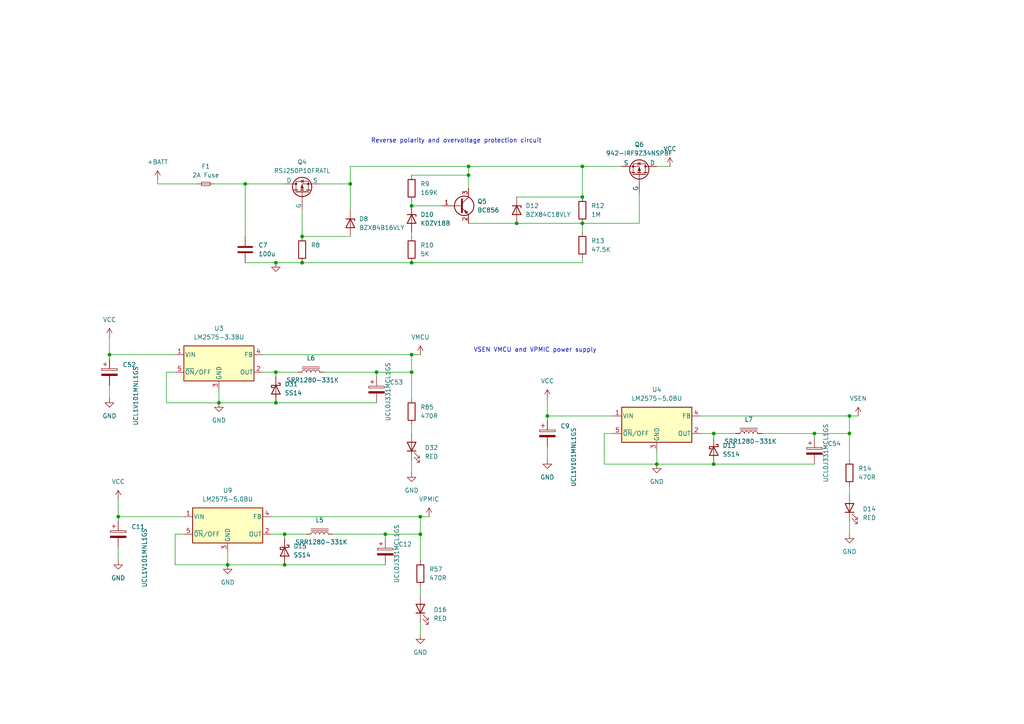
<source format=kicad_sch>
(kicad_sch
	(version 20250114)
	(generator "eeschema")
	(generator_version "9.0")
	(uuid "1dda5b59-2526-4535-a9b5-1c3b785645c2")
	(paper "A4")
	(lib_symbols
		(symbol "Device:C"
			(pin_numbers
				(hide yes)
			)
			(pin_names
				(offset 0.254)
			)
			(exclude_from_sim no)
			(in_bom yes)
			(on_board yes)
			(property "Reference" "C"
				(at 0.635 2.54 0)
				(effects
					(font
						(size 1.27 1.27)
					)
					(justify left)
				)
			)
			(property "Value" "C"
				(at 0.635 -2.54 0)
				(effects
					(font
						(size 1.27 1.27)
					)
					(justify left)
				)
			)
			(property "Footprint" ""
				(at 0.9652 -3.81 0)
				(effects
					(font
						(size 1.27 1.27)
					)
					(hide yes)
				)
			)
			(property "Datasheet" "~"
				(at 0 0 0)
				(effects
					(font
						(size 1.27 1.27)
					)
					(hide yes)
				)
			)
			(property "Description" "Unpolarized capacitor"
				(at 0 0 0)
				(effects
					(font
						(size 1.27 1.27)
					)
					(hide yes)
				)
			)
			(property "ki_keywords" "cap capacitor"
				(at 0 0 0)
				(effects
					(font
						(size 1.27 1.27)
					)
					(hide yes)
				)
			)
			(property "ki_fp_filters" "C_*"
				(at 0 0 0)
				(effects
					(font
						(size 1.27 1.27)
					)
					(hide yes)
				)
			)
			(symbol "C_0_1"
				(polyline
					(pts
						(xy -2.032 0.762) (xy 2.032 0.762)
					)
					(stroke
						(width 0.508)
						(type default)
					)
					(fill
						(type none)
					)
				)
				(polyline
					(pts
						(xy -2.032 -0.762) (xy 2.032 -0.762)
					)
					(stroke
						(width 0.508)
						(type default)
					)
					(fill
						(type none)
					)
				)
			)
			(symbol "C_1_1"
				(pin passive line
					(at 0 3.81 270)
					(length 2.794)
					(name "~"
						(effects
							(font
								(size 1.27 1.27)
							)
						)
					)
					(number "1"
						(effects
							(font
								(size 1.27 1.27)
							)
						)
					)
				)
				(pin passive line
					(at 0 -3.81 90)
					(length 2.794)
					(name "~"
						(effects
							(font
								(size 1.27 1.27)
							)
						)
					)
					(number "2"
						(effects
							(font
								(size 1.27 1.27)
							)
						)
					)
				)
			)
			(embedded_fonts no)
		)
		(symbol "Device:C_Polarized"
			(pin_numbers
				(hide yes)
			)
			(pin_names
				(offset 0.254)
			)
			(exclude_from_sim no)
			(in_bom yes)
			(on_board yes)
			(property "Reference" "C"
				(at 0.635 2.54 0)
				(effects
					(font
						(size 1.27 1.27)
					)
					(justify left)
				)
			)
			(property "Value" "C_Polarized"
				(at 0.635 -2.54 0)
				(effects
					(font
						(size 1.27 1.27)
					)
					(justify left)
				)
			)
			(property "Footprint" ""
				(at 0.9652 -3.81 0)
				(effects
					(font
						(size 1.27 1.27)
					)
					(hide yes)
				)
			)
			(property "Datasheet" "~"
				(at 0 0 0)
				(effects
					(font
						(size 1.27 1.27)
					)
					(hide yes)
				)
			)
			(property "Description" "Polarized capacitor"
				(at 0 0 0)
				(effects
					(font
						(size 1.27 1.27)
					)
					(hide yes)
				)
			)
			(property "ki_keywords" "cap capacitor"
				(at 0 0 0)
				(effects
					(font
						(size 1.27 1.27)
					)
					(hide yes)
				)
			)
			(property "ki_fp_filters" "CP_*"
				(at 0 0 0)
				(effects
					(font
						(size 1.27 1.27)
					)
					(hide yes)
				)
			)
			(symbol "C_Polarized_0_1"
				(rectangle
					(start -2.286 0.508)
					(end 2.286 1.016)
					(stroke
						(width 0)
						(type default)
					)
					(fill
						(type none)
					)
				)
				(polyline
					(pts
						(xy -1.778 2.286) (xy -0.762 2.286)
					)
					(stroke
						(width 0)
						(type default)
					)
					(fill
						(type none)
					)
				)
				(polyline
					(pts
						(xy -1.27 2.794) (xy -1.27 1.778)
					)
					(stroke
						(width 0)
						(type default)
					)
					(fill
						(type none)
					)
				)
				(rectangle
					(start 2.286 -0.508)
					(end -2.286 -1.016)
					(stroke
						(width 0)
						(type default)
					)
					(fill
						(type outline)
					)
				)
			)
			(symbol "C_Polarized_1_1"
				(pin passive line
					(at 0 3.81 270)
					(length 2.794)
					(name "~"
						(effects
							(font
								(size 1.27 1.27)
							)
						)
					)
					(number "1"
						(effects
							(font
								(size 1.27 1.27)
							)
						)
					)
				)
				(pin passive line
					(at 0 -3.81 90)
					(length 2.794)
					(name "~"
						(effects
							(font
								(size 1.27 1.27)
							)
						)
					)
					(number "2"
						(effects
							(font
								(size 1.27 1.27)
							)
						)
					)
				)
			)
			(embedded_fonts no)
		)
		(symbol "Device:D_Zener"
			(pin_numbers
				(hide yes)
			)
			(pin_names
				(offset 1.016)
				(hide yes)
			)
			(exclude_from_sim no)
			(in_bom yes)
			(on_board yes)
			(property "Reference" "D"
				(at 0 2.54 0)
				(effects
					(font
						(size 1.27 1.27)
					)
				)
			)
			(property "Value" "D_Zener"
				(at 0 -2.54 0)
				(effects
					(font
						(size 1.27 1.27)
					)
				)
			)
			(property "Footprint" ""
				(at 0 0 0)
				(effects
					(font
						(size 1.27 1.27)
					)
					(hide yes)
				)
			)
			(property "Datasheet" "~"
				(at 0 0 0)
				(effects
					(font
						(size 1.27 1.27)
					)
					(hide yes)
				)
			)
			(property "Description" "Zener diode"
				(at 0 0 0)
				(effects
					(font
						(size 1.27 1.27)
					)
					(hide yes)
				)
			)
			(property "ki_keywords" "diode"
				(at 0 0 0)
				(effects
					(font
						(size 1.27 1.27)
					)
					(hide yes)
				)
			)
			(property "ki_fp_filters" "TO-???* *_Diode_* *SingleDiode* D_*"
				(at 0 0 0)
				(effects
					(font
						(size 1.27 1.27)
					)
					(hide yes)
				)
			)
			(symbol "D_Zener_0_1"
				(polyline
					(pts
						(xy -1.27 -1.27) (xy -1.27 1.27) (xy -0.762 1.27)
					)
					(stroke
						(width 0.254)
						(type default)
					)
					(fill
						(type none)
					)
				)
				(polyline
					(pts
						(xy 1.27 0) (xy -1.27 0)
					)
					(stroke
						(width 0)
						(type default)
					)
					(fill
						(type none)
					)
				)
				(polyline
					(pts
						(xy 1.27 -1.27) (xy 1.27 1.27) (xy -1.27 0) (xy 1.27 -1.27)
					)
					(stroke
						(width 0.254)
						(type default)
					)
					(fill
						(type none)
					)
				)
			)
			(symbol "D_Zener_1_1"
				(pin passive line
					(at -3.81 0 0)
					(length 2.54)
					(name "K"
						(effects
							(font
								(size 1.27 1.27)
							)
						)
					)
					(number "1"
						(effects
							(font
								(size 1.27 1.27)
							)
						)
					)
				)
				(pin passive line
					(at 3.81 0 180)
					(length 2.54)
					(name "A"
						(effects
							(font
								(size 1.27 1.27)
							)
						)
					)
					(number "2"
						(effects
							(font
								(size 1.27 1.27)
							)
						)
					)
				)
			)
			(embedded_fonts no)
		)
		(symbol "Device:Fuse_Small"
			(pin_numbers
				(hide yes)
			)
			(pin_names
				(offset 0.254)
				(hide yes)
			)
			(exclude_from_sim no)
			(in_bom yes)
			(on_board yes)
			(property "Reference" "F"
				(at 0 -1.524 0)
				(effects
					(font
						(size 1.27 1.27)
					)
				)
			)
			(property "Value" "Fuse_Small"
				(at 0 1.524 0)
				(effects
					(font
						(size 1.27 1.27)
					)
				)
			)
			(property "Footprint" ""
				(at 0 0 0)
				(effects
					(font
						(size 1.27 1.27)
					)
					(hide yes)
				)
			)
			(property "Datasheet" "~"
				(at 0 0 0)
				(effects
					(font
						(size 1.27 1.27)
					)
					(hide yes)
				)
			)
			(property "Description" "Fuse, small symbol"
				(at 0 0 0)
				(effects
					(font
						(size 1.27 1.27)
					)
					(hide yes)
				)
			)
			(property "ki_keywords" "fuse"
				(at 0 0 0)
				(effects
					(font
						(size 1.27 1.27)
					)
					(hide yes)
				)
			)
			(property "ki_fp_filters" "*Fuse*"
				(at 0 0 0)
				(effects
					(font
						(size 1.27 1.27)
					)
					(hide yes)
				)
			)
			(symbol "Fuse_Small_0_1"
				(rectangle
					(start -1.27 0.508)
					(end 1.27 -0.508)
					(stroke
						(width 0)
						(type default)
					)
					(fill
						(type none)
					)
				)
				(polyline
					(pts
						(xy -1.27 0) (xy 1.27 0)
					)
					(stroke
						(width 0)
						(type default)
					)
					(fill
						(type none)
					)
				)
			)
			(symbol "Fuse_Small_1_1"
				(pin passive line
					(at -2.54 0 0)
					(length 1.27)
					(name "~"
						(effects
							(font
								(size 1.27 1.27)
							)
						)
					)
					(number "1"
						(effects
							(font
								(size 1.27 1.27)
							)
						)
					)
				)
				(pin passive line
					(at 2.54 0 180)
					(length 1.27)
					(name "~"
						(effects
							(font
								(size 1.27 1.27)
							)
						)
					)
					(number "2"
						(effects
							(font
								(size 1.27 1.27)
							)
						)
					)
				)
			)
			(embedded_fonts no)
		)
		(symbol "Device:LED"
			(pin_numbers
				(hide yes)
			)
			(pin_names
				(offset 1.016)
				(hide yes)
			)
			(exclude_from_sim no)
			(in_bom yes)
			(on_board yes)
			(property "Reference" "D"
				(at 0 2.54 0)
				(effects
					(font
						(size 1.27 1.27)
					)
				)
			)
			(property "Value" "LED"
				(at 0 -2.54 0)
				(effects
					(font
						(size 1.27 1.27)
					)
				)
			)
			(property "Footprint" ""
				(at 0 0 0)
				(effects
					(font
						(size 1.27 1.27)
					)
					(hide yes)
				)
			)
			(property "Datasheet" "~"
				(at 0 0 0)
				(effects
					(font
						(size 1.27 1.27)
					)
					(hide yes)
				)
			)
			(property "Description" "Light emitting diode"
				(at 0 0 0)
				(effects
					(font
						(size 1.27 1.27)
					)
					(hide yes)
				)
			)
			(property "Sim.Pins" "1=K 2=A"
				(at 0 0 0)
				(effects
					(font
						(size 1.27 1.27)
					)
					(hide yes)
				)
			)
			(property "ki_keywords" "LED diode"
				(at 0 0 0)
				(effects
					(font
						(size 1.27 1.27)
					)
					(hide yes)
				)
			)
			(property "ki_fp_filters" "LED* LED_SMD:* LED_THT:*"
				(at 0 0 0)
				(effects
					(font
						(size 1.27 1.27)
					)
					(hide yes)
				)
			)
			(symbol "LED_0_1"
				(polyline
					(pts
						(xy -3.048 -0.762) (xy -4.572 -2.286) (xy -3.81 -2.286) (xy -4.572 -2.286) (xy -4.572 -1.524)
					)
					(stroke
						(width 0)
						(type default)
					)
					(fill
						(type none)
					)
				)
				(polyline
					(pts
						(xy -1.778 -0.762) (xy -3.302 -2.286) (xy -2.54 -2.286) (xy -3.302 -2.286) (xy -3.302 -1.524)
					)
					(stroke
						(width 0)
						(type default)
					)
					(fill
						(type none)
					)
				)
				(polyline
					(pts
						(xy -1.27 0) (xy 1.27 0)
					)
					(stroke
						(width 0)
						(type default)
					)
					(fill
						(type none)
					)
				)
				(polyline
					(pts
						(xy -1.27 -1.27) (xy -1.27 1.27)
					)
					(stroke
						(width 0.254)
						(type default)
					)
					(fill
						(type none)
					)
				)
				(polyline
					(pts
						(xy 1.27 -1.27) (xy 1.27 1.27) (xy -1.27 0) (xy 1.27 -1.27)
					)
					(stroke
						(width 0.254)
						(type default)
					)
					(fill
						(type none)
					)
				)
			)
			(symbol "LED_1_1"
				(pin passive line
					(at -3.81 0 0)
					(length 2.54)
					(name "K"
						(effects
							(font
								(size 1.27 1.27)
							)
						)
					)
					(number "1"
						(effects
							(font
								(size 1.27 1.27)
							)
						)
					)
				)
				(pin passive line
					(at 3.81 0 180)
					(length 2.54)
					(name "A"
						(effects
							(font
								(size 1.27 1.27)
							)
						)
					)
					(number "2"
						(effects
							(font
								(size 1.27 1.27)
							)
						)
					)
				)
			)
			(embedded_fonts no)
		)
		(symbol "Device:L_Iron"
			(pin_numbers
				(hide yes)
			)
			(pin_names
				(offset 1.016)
				(hide yes)
			)
			(exclude_from_sim no)
			(in_bom yes)
			(on_board yes)
			(property "Reference" "L"
				(at -1.27 0 90)
				(effects
					(font
						(size 1.27 1.27)
					)
				)
			)
			(property "Value" "L_Iron"
				(at 2.794 0 90)
				(effects
					(font
						(size 1.27 1.27)
					)
				)
			)
			(property "Footprint" ""
				(at 0 0 0)
				(effects
					(font
						(size 1.27 1.27)
					)
					(hide yes)
				)
			)
			(property "Datasheet" "~"
				(at 0 0 0)
				(effects
					(font
						(size 1.27 1.27)
					)
					(hide yes)
				)
			)
			(property "Description" "Inductor with iron core"
				(at 0 0 0)
				(effects
					(font
						(size 1.27 1.27)
					)
					(hide yes)
				)
			)
			(property "ki_keywords" "inductor choke coil reactor magnetic"
				(at 0 0 0)
				(effects
					(font
						(size 1.27 1.27)
					)
					(hide yes)
				)
			)
			(property "ki_fp_filters" "Choke_* *Coil* Inductor_* L_*"
				(at 0 0 0)
				(effects
					(font
						(size 1.27 1.27)
					)
					(hide yes)
				)
			)
			(symbol "L_Iron_0_1"
				(arc
					(start 0 2.54)
					(mid 0.6323 1.905)
					(end 0 1.27)
					(stroke
						(width 0)
						(type default)
					)
					(fill
						(type none)
					)
				)
				(arc
					(start 0 1.27)
					(mid 0.6323 0.635)
					(end 0 0)
					(stroke
						(width 0)
						(type default)
					)
					(fill
						(type none)
					)
				)
				(arc
					(start 0 0)
					(mid 0.6323 -0.635)
					(end 0 -1.27)
					(stroke
						(width 0)
						(type default)
					)
					(fill
						(type none)
					)
				)
				(arc
					(start 0 -1.27)
					(mid 0.6323 -1.905)
					(end 0 -2.54)
					(stroke
						(width 0)
						(type default)
					)
					(fill
						(type none)
					)
				)
				(polyline
					(pts
						(xy 1.016 2.54) (xy 1.016 -2.54)
					)
					(stroke
						(width 0)
						(type default)
					)
					(fill
						(type none)
					)
				)
				(polyline
					(pts
						(xy 1.524 -2.54) (xy 1.524 2.54)
					)
					(stroke
						(width 0)
						(type default)
					)
					(fill
						(type none)
					)
				)
			)
			(symbol "L_Iron_1_1"
				(pin passive line
					(at 0 3.81 270)
					(length 1.27)
					(name "1"
						(effects
							(font
								(size 1.27 1.27)
							)
						)
					)
					(number "1"
						(effects
							(font
								(size 1.27 1.27)
							)
						)
					)
				)
				(pin passive line
					(at 0 -3.81 90)
					(length 1.27)
					(name "2"
						(effects
							(font
								(size 1.27 1.27)
							)
						)
					)
					(number "2"
						(effects
							(font
								(size 1.27 1.27)
							)
						)
					)
				)
			)
			(embedded_fonts no)
		)
		(symbol "Device:R"
			(pin_numbers
				(hide yes)
			)
			(pin_names
				(offset 0)
			)
			(exclude_from_sim no)
			(in_bom yes)
			(on_board yes)
			(property "Reference" "R"
				(at 2.032 0 90)
				(effects
					(font
						(size 1.27 1.27)
					)
				)
			)
			(property "Value" "R"
				(at 0 0 90)
				(effects
					(font
						(size 1.27 1.27)
					)
				)
			)
			(property "Footprint" ""
				(at -1.778 0 90)
				(effects
					(font
						(size 1.27 1.27)
					)
					(hide yes)
				)
			)
			(property "Datasheet" "~"
				(at 0 0 0)
				(effects
					(font
						(size 1.27 1.27)
					)
					(hide yes)
				)
			)
			(property "Description" "Resistor"
				(at 0 0 0)
				(effects
					(font
						(size 1.27 1.27)
					)
					(hide yes)
				)
			)
			(property "ki_keywords" "R res resistor"
				(at 0 0 0)
				(effects
					(font
						(size 1.27 1.27)
					)
					(hide yes)
				)
			)
			(property "ki_fp_filters" "R_*"
				(at 0 0 0)
				(effects
					(font
						(size 1.27 1.27)
					)
					(hide yes)
				)
			)
			(symbol "R_0_1"
				(rectangle
					(start -1.016 -2.54)
					(end 1.016 2.54)
					(stroke
						(width 0.254)
						(type default)
					)
					(fill
						(type none)
					)
				)
			)
			(symbol "R_1_1"
				(pin passive line
					(at 0 3.81 270)
					(length 1.27)
					(name "~"
						(effects
							(font
								(size 1.27 1.27)
							)
						)
					)
					(number "1"
						(effects
							(font
								(size 1.27 1.27)
							)
						)
					)
				)
				(pin passive line
					(at 0 -3.81 90)
					(length 1.27)
					(name "~"
						(effects
							(font
								(size 1.27 1.27)
							)
						)
					)
					(number "2"
						(effects
							(font
								(size 1.27 1.27)
							)
						)
					)
				)
			)
			(embedded_fonts no)
		)
		(symbol "Diode:BZX84Cxx"
			(pin_numbers
				(hide yes)
			)
			(pin_names
				(hide yes)
			)
			(exclude_from_sim no)
			(in_bom yes)
			(on_board yes)
			(property "Reference" "D"
				(at 0 3.81 0)
				(effects
					(font
						(size 1.27 1.27)
					)
				)
			)
			(property "Value" "BZX84Cxx"
				(at 0 -3.81 0)
				(effects
					(font
						(size 1.27 1.27)
					)
				)
			)
			(property "Footprint" "Package_TO_SOT_SMD:SOT-23"
				(at 0 0 0)
				(effects
					(font
						(size 1.27 1.27)
					)
					(hide yes)
				)
			)
			(property "Datasheet" "https://diotec.com/tl_files/diotec/files/pdf/datasheets/bzx84c2v4.pdf"
				(at 0 0 0)
				(effects
					(font
						(size 1.27 1.27)
					)
					(hide yes)
				)
			)
			(property "Description" "300mW Zener Diode, SOT-23"
				(at 0 0 0)
				(effects
					(font
						(size 1.27 1.27)
					)
					(hide yes)
				)
			)
			(property "ki_keywords" "zener diode"
				(at 0 0 0)
				(effects
					(font
						(size 1.27 1.27)
					)
					(hide yes)
				)
			)
			(property "ki_fp_filters" "SOT?23*"
				(at 0 0 0)
				(effects
					(font
						(size 1.27 1.27)
					)
					(hide yes)
				)
			)
			(symbol "BZX84Cxx_0_1"
				(polyline
					(pts
						(xy -1.27 -1.27) (xy -1.27 1.27) (xy -0.762 1.27)
					)
					(stroke
						(width 0.254)
						(type default)
					)
					(fill
						(type none)
					)
				)
				(polyline
					(pts
						(xy 1.27 0) (xy -1.27 0)
					)
					(stroke
						(width 0)
						(type default)
					)
					(fill
						(type none)
					)
				)
				(polyline
					(pts
						(xy 1.27 -1.27) (xy 1.27 1.27) (xy -1.27 0) (xy 1.27 -1.27)
					)
					(stroke
						(width 0.254)
						(type default)
					)
					(fill
						(type none)
					)
				)
			)
			(symbol "BZX84Cxx_1_1"
				(pin passive line
					(at -3.81 0 0)
					(length 2.54)
					(name "K"
						(effects
							(font
								(size 1.27 1.27)
							)
						)
					)
					(number "3"
						(effects
							(font
								(size 1.27 1.27)
							)
						)
					)
				)
				(pin no_connect line
					(at 1.27 0 180)
					(length 2.54)
					(hide yes)
					(name "NC"
						(effects
							(font
								(size 1.27 1.27)
							)
						)
					)
					(number "2"
						(effects
							(font
								(size 1.27 1.27)
							)
						)
					)
				)
				(pin passive line
					(at 3.81 0 180)
					(length 2.54)
					(name "A"
						(effects
							(font
								(size 1.27 1.27)
							)
						)
					)
					(number "1"
						(effects
							(font
								(size 1.27 1.27)
							)
						)
					)
				)
			)
			(embedded_fonts no)
		)
		(symbol "Diode:SS14"
			(pin_numbers
				(hide yes)
			)
			(pin_names
				(offset 1.016)
				(hide yes)
			)
			(exclude_from_sim no)
			(in_bom yes)
			(on_board yes)
			(property "Reference" "D"
				(at 0 2.54 0)
				(effects
					(font
						(size 1.27 1.27)
					)
				)
			)
			(property "Value" "SS14"
				(at 0 -2.54 0)
				(effects
					(font
						(size 1.27 1.27)
					)
				)
			)
			(property "Footprint" "Diode_SMD:D_SMA"
				(at 0 -4.445 0)
				(effects
					(font
						(size 1.27 1.27)
					)
					(hide yes)
				)
			)
			(property "Datasheet" "https://www.vishay.com/docs/88746/ss12.pdf"
				(at 0 0 0)
				(effects
					(font
						(size 1.27 1.27)
					)
					(hide yes)
				)
			)
			(property "Description" "40V 1A Schottky Diode, SMA"
				(at 0 0 0)
				(effects
					(font
						(size 1.27 1.27)
					)
					(hide yes)
				)
			)
			(property "ki_keywords" "diode Schottky"
				(at 0 0 0)
				(effects
					(font
						(size 1.27 1.27)
					)
					(hide yes)
				)
			)
			(property "ki_fp_filters" "D*SMA*"
				(at 0 0 0)
				(effects
					(font
						(size 1.27 1.27)
					)
					(hide yes)
				)
			)
			(symbol "SS14_0_1"
				(polyline
					(pts
						(xy -1.905 0.635) (xy -1.905 1.27) (xy -1.27 1.27) (xy -1.27 -1.27) (xy -0.635 -1.27) (xy -0.635 -0.635)
					)
					(stroke
						(width 0.254)
						(type default)
					)
					(fill
						(type none)
					)
				)
				(polyline
					(pts
						(xy 1.27 1.27) (xy 1.27 -1.27) (xy -1.27 0) (xy 1.27 1.27)
					)
					(stroke
						(width 0.254)
						(type default)
					)
					(fill
						(type none)
					)
				)
				(polyline
					(pts
						(xy 1.27 0) (xy -1.27 0)
					)
					(stroke
						(width 0)
						(type default)
					)
					(fill
						(type none)
					)
				)
			)
			(symbol "SS14_1_1"
				(pin passive line
					(at -3.81 0 0)
					(length 2.54)
					(name "K"
						(effects
							(font
								(size 1.27 1.27)
							)
						)
					)
					(number "1"
						(effects
							(font
								(size 1.27 1.27)
							)
						)
					)
				)
				(pin passive line
					(at 3.81 0 180)
					(length 2.54)
					(name "A"
						(effects
							(font
								(size 1.27 1.27)
							)
						)
					)
					(number "2"
						(effects
							(font
								(size 1.27 1.27)
							)
						)
					)
				)
			)
			(embedded_fonts no)
		)
		(symbol "Library_sym.pretty:PMOS-FET"
			(pin_numbers
				(hide yes)
			)
			(pin_names
				(offset 0)
			)
			(exclude_from_sim no)
			(in_bom yes)
			(on_board yes)
			(property "Reference" "Q"
				(at 5.08 1.27 0)
				(effects
					(font
						(size 1.27 1.27)
					)
					(justify left)
				)
			)
			(property "Value" "PMOS-FET"
				(at 5.08 -1.27 0)
				(effects
					(font
						(size 1.27 1.27)
					)
					(justify left)
				)
			)
			(property "Footprint" ""
				(at 5.08 2.54 0)
				(effects
					(font
						(size 1.27 1.27)
					)
					(hide yes)
				)
			)
			(property "Datasheet" "https://ngspice.sourceforge.io/docs/ngspice-html-manual/manual.xhtml#cha_MOSFETs"
				(at 0 -12.7 0)
				(effects
					(font
						(size 1.27 1.27)
					)
					(hide yes)
				)
			)
			(property "Description" "P-MOSFET transistor, drain/source/gate"
				(at 0 0 0)
				(effects
					(font
						(size 1.27 1.27)
					)
					(hide yes)
				)
			)
			(property "Sim.Device" "PMOS"
				(at 0 -17.145 0)
				(effects
					(font
						(size 1.27 1.27)
					)
					(hide yes)
				)
			)
			(property "Sim.Type" "VDMOS"
				(at 0 -19.05 0)
				(effects
					(font
						(size 1.27 1.27)
					)
					(hide yes)
				)
			)
			(property "Sim.Pins" "1=D 2=G 3=S"
				(at 0 -15.24 0)
				(effects
					(font
						(size 1.27 1.27)
					)
					(hide yes)
				)
			)
			(property "ki_keywords" "transistor PMOS P-MOS P-MOSFET simulation"
				(at 0 0 0)
				(effects
					(font
						(size 1.27 1.27)
					)
					(hide yes)
				)
			)
			(symbol "PMOS-FET_0_1"
				(polyline
					(pts
						(xy 0.254 1.905) (xy 0.254 -1.905)
					)
					(stroke
						(width 0.254)
						(type default)
					)
					(fill
						(type none)
					)
				)
				(polyline
					(pts
						(xy 0.254 0) (xy -2.54 0)
					)
					(stroke
						(width 0)
						(type default)
					)
					(fill
						(type none)
					)
				)
				(polyline
					(pts
						(xy 0.762 2.286) (xy 0.762 1.27)
					)
					(stroke
						(width 0.254)
						(type default)
					)
					(fill
						(type none)
					)
				)
				(polyline
					(pts
						(xy 0.762 1.778) (xy 3.302 1.778) (xy 3.302 -1.778) (xy 0.762 -1.778)
					)
					(stroke
						(width 0)
						(type default)
					)
					(fill
						(type none)
					)
				)
				(polyline
					(pts
						(xy 0.762 0.508) (xy 0.762 -0.508)
					)
					(stroke
						(width 0.254)
						(type default)
					)
					(fill
						(type none)
					)
				)
				(polyline
					(pts
						(xy 0.762 -1.27) (xy 0.762 -2.286)
					)
					(stroke
						(width 0.254)
						(type default)
					)
					(fill
						(type none)
					)
				)
				(circle
					(center 1.651 0)
					(radius 2.794)
					(stroke
						(width 0.254)
						(type default)
					)
					(fill
						(type none)
					)
				)
				(polyline
					(pts
						(xy 2.286 0) (xy 1.27 0.381) (xy 1.27 -0.381) (xy 2.286 0)
					)
					(stroke
						(width 0)
						(type default)
					)
					(fill
						(type outline)
					)
				)
				(polyline
					(pts
						(xy 2.54 2.54) (xy 2.54 1.778)
					)
					(stroke
						(width 0)
						(type default)
					)
					(fill
						(type none)
					)
				)
				(circle
					(center 2.54 1.778)
					(radius 0.254)
					(stroke
						(width 0)
						(type default)
					)
					(fill
						(type outline)
					)
				)
				(circle
					(center 2.54 -1.778)
					(radius 0.254)
					(stroke
						(width 0)
						(type default)
					)
					(fill
						(type outline)
					)
				)
				(polyline
					(pts
						(xy 2.54 -2.54) (xy 2.54 0) (xy 0.762 0)
					)
					(stroke
						(width 0)
						(type default)
					)
					(fill
						(type none)
					)
				)
				(polyline
					(pts
						(xy 2.794 -0.508) (xy 2.921 -0.381) (xy 3.683 -0.381) (xy 3.81 -0.254)
					)
					(stroke
						(width 0)
						(type default)
					)
					(fill
						(type none)
					)
				)
				(polyline
					(pts
						(xy 3.302 -0.381) (xy 2.921 0.254) (xy 3.683 0.254) (xy 3.302 -0.381)
					)
					(stroke
						(width 0)
						(type default)
					)
					(fill
						(type none)
					)
				)
			)
			(symbol "PMOS-FET_1_1"
				(pin passive line
					(at -5.08 0 0)
					(length 2.54)
					(name "G"
						(effects
							(font
								(size 1.27 1.27)
							)
						)
					)
					(number "1"
						(effects
							(font
								(size 1.27 1.27)
							)
						)
					)
				)
				(pin passive line
					(at 2.54 5.08 270)
					(length 2.54)
					(name "D"
						(effects
							(font
								(size 1.27 1.27)
							)
						)
					)
					(number "2"
						(effects
							(font
								(size 1.27 1.27)
							)
						)
					)
				)
				(pin passive line
					(at 2.54 -5.08 90)
					(length 2.54)
					(name "S"
						(effects
							(font
								(size 1.27 1.27)
							)
						)
					)
					(number "3"
						(effects
							(font
								(size 1.27 1.27)
							)
						)
					)
				)
			)
			(embedded_fonts no)
		)
		(symbol "R_1"
			(pin_numbers
				(hide yes)
			)
			(pin_names
				(offset 0)
			)
			(exclude_from_sim no)
			(in_bom yes)
			(on_board yes)
			(property "Reference" "R"
				(at 2.032 0 90)
				(effects
					(font
						(size 1.27 1.27)
					)
				)
			)
			(property "Value" "R"
				(at 0 0 90)
				(effects
					(font
						(size 1.27 1.27)
					)
				)
			)
			(property "Footprint" ""
				(at -1.778 0 90)
				(effects
					(font
						(size 1.27 1.27)
					)
					(hide yes)
				)
			)
			(property "Datasheet" "~"
				(at 0 0 0)
				(effects
					(font
						(size 1.27 1.27)
					)
					(hide yes)
				)
			)
			(property "Description" "Resistor"
				(at 0 0 0)
				(effects
					(font
						(size 1.27 1.27)
					)
					(hide yes)
				)
			)
			(property "ki_keywords" "R res resistor"
				(at 0 0 0)
				(effects
					(font
						(size 1.27 1.27)
					)
					(hide yes)
				)
			)
			(property "ki_fp_filters" "R_*"
				(at 0 0 0)
				(effects
					(font
						(size 1.27 1.27)
					)
					(hide yes)
				)
			)
			(symbol "R_1_0_1"
				(rectangle
					(start -1.016 -2.54)
					(end 1.016 2.54)
					(stroke
						(width 0.254)
						(type default)
					)
					(fill
						(type none)
					)
				)
			)
			(symbol "R_1_1_1"
				(pin passive line
					(at 0 3.81 270)
					(length 1.27)
					(name "~"
						(effects
							(font
								(size 1.27 1.27)
							)
						)
					)
					(number "1"
						(effects
							(font
								(size 1.27 1.27)
							)
						)
					)
				)
				(pin passive line
					(at 0 -3.81 90)
					(length 1.27)
					(name "~"
						(effects
							(font
								(size 1.27 1.27)
							)
						)
					)
					(number "2"
						(effects
							(font
								(size 1.27 1.27)
							)
						)
					)
				)
			)
			(embedded_fonts no)
		)
		(symbol "Regulator_Switching:LM2575-3.3BU"
			(pin_names
				(offset 0.254)
			)
			(exclude_from_sim no)
			(in_bom yes)
			(on_board yes)
			(property "Reference" "U"
				(at -10.16 6.35 0)
				(effects
					(font
						(size 1.27 1.27)
					)
					(justify left)
				)
			)
			(property "Value" "LM2575-3.3BU"
				(at 0 6.35 0)
				(effects
					(font
						(size 1.27 1.27)
					)
					(justify left)
				)
			)
			(property "Footprint" "Package_TO_SOT_SMD:TO-263-5_TabPin3"
				(at 0 -6.35 0)
				(effects
					(font
						(size 1.27 1.27)
						(italic yes)
					)
					(justify left)
					(hide yes)
				)
			)
			(property "Datasheet" "http://ww1.microchip.com/downloads/en/DeviceDoc/lm2575.pdf"
				(at 0 0 0)
				(effects
					(font
						(size 1.27 1.27)
					)
					(hide yes)
				)
			)
			(property "Description" "Fixed 3.3V 52kHz Simple 1A Buck Regulator, TO-263"
				(at 0 0 0)
				(effects
					(font
						(size 1.27 1.27)
					)
					(hide yes)
				)
			)
			(property "ki_keywords" "Buck regulator Switcher"
				(at 0 0 0)
				(effects
					(font
						(size 1.27 1.27)
					)
					(hide yes)
				)
			)
			(property "ki_fp_filters" "TO?263*"
				(at 0 0 0)
				(effects
					(font
						(size 1.27 1.27)
					)
					(hide yes)
				)
			)
			(symbol "LM2575-3.3BU_0_1"
				(rectangle
					(start -10.16 5.08)
					(end 10.16 -5.08)
					(stroke
						(width 0.254)
						(type default)
					)
					(fill
						(type background)
					)
				)
			)
			(symbol "LM2575-3.3BU_1_1"
				(pin power_in line
					(at -12.7 2.54 0)
					(length 2.54)
					(name "VIN"
						(effects
							(font
								(size 1.27 1.27)
							)
						)
					)
					(number "1"
						(effects
							(font
								(size 1.27 1.27)
							)
						)
					)
				)
				(pin input line
					(at -12.7 -2.54 0)
					(length 2.54)
					(name "~{ON}/OFF"
						(effects
							(font
								(size 1.27 1.27)
							)
						)
					)
					(number "5"
						(effects
							(font
								(size 1.27 1.27)
							)
						)
					)
				)
				(pin power_in line
					(at 0 -7.62 90)
					(length 2.54)
					(name "GND"
						(effects
							(font
								(size 1.27 1.27)
							)
						)
					)
					(number "3"
						(effects
							(font
								(size 1.27 1.27)
							)
						)
					)
				)
				(pin input line
					(at 12.7 2.54 180)
					(length 2.54)
					(name "FB"
						(effects
							(font
								(size 1.27 1.27)
							)
						)
					)
					(number "4"
						(effects
							(font
								(size 1.27 1.27)
							)
						)
					)
				)
				(pin output line
					(at 12.7 -2.54 180)
					(length 2.54)
					(name "OUT"
						(effects
							(font
								(size 1.27 1.27)
							)
						)
					)
					(number "2"
						(effects
							(font
								(size 1.27 1.27)
							)
						)
					)
				)
			)
			(embedded_fonts no)
		)
		(symbol "Regulator_Switching:LM2575-5.0BU"
			(pin_names
				(offset 0.254)
			)
			(exclude_from_sim no)
			(in_bom yes)
			(on_board yes)
			(property "Reference" "U"
				(at -10.16 6.35 0)
				(effects
					(font
						(size 1.27 1.27)
					)
					(justify left)
				)
			)
			(property "Value" "LM2575-5.0BU"
				(at 0 6.35 0)
				(effects
					(font
						(size 1.27 1.27)
					)
					(justify left)
				)
			)
			(property "Footprint" "Package_TO_SOT_SMD:TO-263-5_TabPin3"
				(at 0 -6.35 0)
				(effects
					(font
						(size 1.27 1.27)
						(italic yes)
					)
					(justify left)
					(hide yes)
				)
			)
			(property "Datasheet" "http://ww1.microchip.com/downloads/en/DeviceDoc/lm2575.pdf"
				(at 0 0 0)
				(effects
					(font
						(size 1.27 1.27)
					)
					(hide yes)
				)
			)
			(property "Description" "Fixed 5.0V 52kHz Simple 1A Buck Regulator, TO-263"
				(at 0 0 0)
				(effects
					(font
						(size 1.27 1.27)
					)
					(hide yes)
				)
			)
			(property "ki_keywords" "Buck regulator Switcher"
				(at 0 0 0)
				(effects
					(font
						(size 1.27 1.27)
					)
					(hide yes)
				)
			)
			(property "ki_fp_filters" "TO?263*"
				(at 0 0 0)
				(effects
					(font
						(size 1.27 1.27)
					)
					(hide yes)
				)
			)
			(symbol "LM2575-5.0BU_0_1"
				(rectangle
					(start -10.16 5.08)
					(end 10.16 -5.08)
					(stroke
						(width 0.254)
						(type default)
					)
					(fill
						(type background)
					)
				)
			)
			(symbol "LM2575-5.0BU_1_1"
				(pin power_in line
					(at -12.7 2.54 0)
					(length 2.54)
					(name "VIN"
						(effects
							(font
								(size 1.27 1.27)
							)
						)
					)
					(number "1"
						(effects
							(font
								(size 1.27 1.27)
							)
						)
					)
				)
				(pin input line
					(at -12.7 -2.54 0)
					(length 2.54)
					(name "~{ON}/OFF"
						(effects
							(font
								(size 1.27 1.27)
							)
						)
					)
					(number "5"
						(effects
							(font
								(size 1.27 1.27)
							)
						)
					)
				)
				(pin power_in line
					(at 0 -7.62 90)
					(length 2.54)
					(name "GND"
						(effects
							(font
								(size 1.27 1.27)
							)
						)
					)
					(number "3"
						(effects
							(font
								(size 1.27 1.27)
							)
						)
					)
				)
				(pin input line
					(at 12.7 2.54 180)
					(length 2.54)
					(name "FB"
						(effects
							(font
								(size 1.27 1.27)
							)
						)
					)
					(number "4"
						(effects
							(font
								(size 1.27 1.27)
							)
						)
					)
				)
				(pin output line
					(at 12.7 -2.54 180)
					(length 2.54)
					(name "OUT"
						(effects
							(font
								(size 1.27 1.27)
							)
						)
					)
					(number "2"
						(effects
							(font
								(size 1.27 1.27)
							)
						)
					)
				)
			)
			(embedded_fonts no)
		)
		(symbol "Transistor_BJT:BC856"
			(pin_names
				(offset 0)
				(hide yes)
			)
			(exclude_from_sim no)
			(in_bom yes)
			(on_board yes)
			(property "Reference" "Q"
				(at 5.08 1.905 0)
				(effects
					(font
						(size 1.27 1.27)
					)
					(justify left)
				)
			)
			(property "Value" "BC856"
				(at 5.08 0 0)
				(effects
					(font
						(size 1.27 1.27)
					)
					(justify left)
				)
			)
			(property "Footprint" "Package_TO_SOT_SMD:SOT-23"
				(at 5.08 -1.905 0)
				(effects
					(font
						(size 1.27 1.27)
						(italic yes)
					)
					(justify left)
					(hide yes)
				)
			)
			(property "Datasheet" "https://www.onsemi.com/pub/Collateral/BC860-D.pdf"
				(at 0 0 0)
				(effects
					(font
						(size 1.27 1.27)
					)
					(justify left)
					(hide yes)
				)
			)
			(property "Description" "0.1A Ic, 65V Vce, PNP Transistor, SOT-23"
				(at 0 0 0)
				(effects
					(font
						(size 1.27 1.27)
					)
					(hide yes)
				)
			)
			(property "ki_keywords" "PNP transistor"
				(at 0 0 0)
				(effects
					(font
						(size 1.27 1.27)
					)
					(hide yes)
				)
			)
			(property "ki_fp_filters" "SOT?23*"
				(at 0 0 0)
				(effects
					(font
						(size 1.27 1.27)
					)
					(hide yes)
				)
			)
			(symbol "BC856_0_1"
				(polyline
					(pts
						(xy -2.54 0) (xy 0.635 0)
					)
					(stroke
						(width 0)
						(type default)
					)
					(fill
						(type none)
					)
				)
				(polyline
					(pts
						(xy 0.635 1.905) (xy 0.635 -1.905)
					)
					(stroke
						(width 0.508)
						(type default)
					)
					(fill
						(type none)
					)
				)
				(polyline
					(pts
						(xy 0.635 0.635) (xy 2.54 2.54)
					)
					(stroke
						(width 0)
						(type default)
					)
					(fill
						(type none)
					)
				)
				(polyline
					(pts
						(xy 0.635 -0.635) (xy 2.54 -2.54)
					)
					(stroke
						(width 0)
						(type default)
					)
					(fill
						(type none)
					)
				)
				(circle
					(center 1.27 0)
					(radius 2.8194)
					(stroke
						(width 0.254)
						(type default)
					)
					(fill
						(type none)
					)
				)
				(polyline
					(pts
						(xy 2.286 -1.778) (xy 1.778 -2.286) (xy 1.27 -1.27) (xy 2.286 -1.778)
					)
					(stroke
						(width 0)
						(type default)
					)
					(fill
						(type outline)
					)
				)
			)
			(symbol "BC856_1_1"
				(pin input line
					(at -5.08 0 0)
					(length 2.54)
					(name "B"
						(effects
							(font
								(size 1.27 1.27)
							)
						)
					)
					(number "1"
						(effects
							(font
								(size 1.27 1.27)
							)
						)
					)
				)
				(pin passive line
					(at 2.54 5.08 270)
					(length 2.54)
					(name "C"
						(effects
							(font
								(size 1.27 1.27)
							)
						)
					)
					(number "3"
						(effects
							(font
								(size 1.27 1.27)
							)
						)
					)
				)
				(pin passive line
					(at 2.54 -5.08 90)
					(length 2.54)
					(name "E"
						(effects
							(font
								(size 1.27 1.27)
							)
						)
					)
					(number "2"
						(effects
							(font
								(size 1.27 1.27)
							)
						)
					)
				)
			)
			(embedded_fonts no)
		)
		(symbol "power:+3V3"
			(power)
			(pin_numbers
				(hide yes)
			)
			(pin_names
				(offset 0)
				(hide yes)
			)
			(exclude_from_sim no)
			(in_bom yes)
			(on_board yes)
			(property "Reference" "#PWR"
				(at 0 -3.81 0)
				(effects
					(font
						(size 1.27 1.27)
					)
					(hide yes)
				)
			)
			(property "Value" "+3V3"
				(at 0 3.556 0)
				(effects
					(font
						(size 1.27 1.27)
					)
				)
			)
			(property "Footprint" ""
				(at 0 0 0)
				(effects
					(font
						(size 1.27 1.27)
					)
					(hide yes)
				)
			)
			(property "Datasheet" ""
				(at 0 0 0)
				(effects
					(font
						(size 1.27 1.27)
					)
					(hide yes)
				)
			)
			(property "Description" "Power symbol creates a global label with name \"+3V3\""
				(at 0 0 0)
				(effects
					(font
						(size 1.27 1.27)
					)
					(hide yes)
				)
			)
			(property "ki_keywords" "global power"
				(at 0 0 0)
				(effects
					(font
						(size 1.27 1.27)
					)
					(hide yes)
				)
			)
			(symbol "+3V3_0_1"
				(polyline
					(pts
						(xy -0.762 1.27) (xy 0 2.54)
					)
					(stroke
						(width 0)
						(type default)
					)
					(fill
						(type none)
					)
				)
				(polyline
					(pts
						(xy 0 2.54) (xy 0.762 1.27)
					)
					(stroke
						(width 0)
						(type default)
					)
					(fill
						(type none)
					)
				)
				(polyline
					(pts
						(xy 0 0) (xy 0 2.54)
					)
					(stroke
						(width 0)
						(type default)
					)
					(fill
						(type none)
					)
				)
			)
			(symbol "+3V3_1_1"
				(pin power_in line
					(at 0 0 90)
					(length 0)
					(name "~"
						(effects
							(font
								(size 1.27 1.27)
							)
						)
					)
					(number "1"
						(effects
							(font
								(size 1.27 1.27)
							)
						)
					)
				)
			)
			(embedded_fonts no)
		)
		(symbol "power:+5V"
			(power)
			(pin_numbers
				(hide yes)
			)
			(pin_names
				(offset 0)
				(hide yes)
			)
			(exclude_from_sim no)
			(in_bom yes)
			(on_board yes)
			(property "Reference" "#PWR"
				(at 0 -3.81 0)
				(effects
					(font
						(size 1.27 1.27)
					)
					(hide yes)
				)
			)
			(property "Value" "+5V"
				(at 0 3.556 0)
				(effects
					(font
						(size 1.27 1.27)
					)
				)
			)
			(property "Footprint" ""
				(at 0 0 0)
				(effects
					(font
						(size 1.27 1.27)
					)
					(hide yes)
				)
			)
			(property "Datasheet" ""
				(at 0 0 0)
				(effects
					(font
						(size 1.27 1.27)
					)
					(hide yes)
				)
			)
			(property "Description" "Power symbol creates a global label with name \"+5V\""
				(at 0 0 0)
				(effects
					(font
						(size 1.27 1.27)
					)
					(hide yes)
				)
			)
			(property "ki_keywords" "global power"
				(at 0 0 0)
				(effects
					(font
						(size 1.27 1.27)
					)
					(hide yes)
				)
			)
			(symbol "+5V_0_1"
				(polyline
					(pts
						(xy -0.762 1.27) (xy 0 2.54)
					)
					(stroke
						(width 0)
						(type default)
					)
					(fill
						(type none)
					)
				)
				(polyline
					(pts
						(xy 0 2.54) (xy 0.762 1.27)
					)
					(stroke
						(width 0)
						(type default)
					)
					(fill
						(type none)
					)
				)
				(polyline
					(pts
						(xy 0 0) (xy 0 2.54)
					)
					(stroke
						(width 0)
						(type default)
					)
					(fill
						(type none)
					)
				)
			)
			(symbol "+5V_1_1"
				(pin power_in line
					(at 0 0 90)
					(length 0)
					(name "~"
						(effects
							(font
								(size 1.27 1.27)
							)
						)
					)
					(number "1"
						(effects
							(font
								(size 1.27 1.27)
							)
						)
					)
				)
			)
			(embedded_fonts no)
		)
		(symbol "power:+5VP"
			(power)
			(pin_numbers
				(hide yes)
			)
			(pin_names
				(offset 0)
				(hide yes)
			)
			(exclude_from_sim no)
			(in_bom yes)
			(on_board yes)
			(property "Reference" "#PWR"
				(at 0 -3.81 0)
				(effects
					(font
						(size 1.27 1.27)
					)
					(hide yes)
				)
			)
			(property "Value" "+5VP"
				(at 0 3.556 0)
				(effects
					(font
						(size 1.27 1.27)
					)
				)
			)
			(property "Footprint" ""
				(at 0 0 0)
				(effects
					(font
						(size 1.27 1.27)
					)
					(hide yes)
				)
			)
			(property "Datasheet" ""
				(at 0 0 0)
				(effects
					(font
						(size 1.27 1.27)
					)
					(hide yes)
				)
			)
			(property "Description" "Power symbol creates a global label with name \"+5VP\""
				(at 0 0 0)
				(effects
					(font
						(size 1.27 1.27)
					)
					(hide yes)
				)
			)
			(property "ki_keywords" "global power"
				(at 0 0 0)
				(effects
					(font
						(size 1.27 1.27)
					)
					(hide yes)
				)
			)
			(symbol "+5VP_0_1"
				(polyline
					(pts
						(xy -0.762 1.27) (xy 0 2.54)
					)
					(stroke
						(width 0)
						(type default)
					)
					(fill
						(type none)
					)
				)
				(polyline
					(pts
						(xy 0 2.54) (xy 0.762 1.27)
					)
					(stroke
						(width 0)
						(type default)
					)
					(fill
						(type none)
					)
				)
				(polyline
					(pts
						(xy 0 0) (xy 0 2.54)
					)
					(stroke
						(width 0)
						(type default)
					)
					(fill
						(type none)
					)
				)
			)
			(symbol "+5VP_1_1"
				(pin power_in line
					(at 0 0 90)
					(length 0)
					(name "~"
						(effects
							(font
								(size 1.27 1.27)
							)
						)
					)
					(number "1"
						(effects
							(font
								(size 1.27 1.27)
							)
						)
					)
				)
			)
			(embedded_fonts no)
		)
		(symbol "power:+BATT"
			(power)
			(pin_numbers
				(hide yes)
			)
			(pin_names
				(offset 0)
				(hide yes)
			)
			(exclude_from_sim no)
			(in_bom yes)
			(on_board yes)
			(property "Reference" "#PWR"
				(at 0 -3.81 0)
				(effects
					(font
						(size 1.27 1.27)
					)
					(hide yes)
				)
			)
			(property "Value" "+BATT"
				(at 0 3.556 0)
				(effects
					(font
						(size 1.27 1.27)
					)
				)
			)
			(property "Footprint" ""
				(at 0 0 0)
				(effects
					(font
						(size 1.27 1.27)
					)
					(hide yes)
				)
			)
			(property "Datasheet" ""
				(at 0 0 0)
				(effects
					(font
						(size 1.27 1.27)
					)
					(hide yes)
				)
			)
			(property "Description" "Power symbol creates a global label with name \"+BATT\""
				(at 0 0 0)
				(effects
					(font
						(size 1.27 1.27)
					)
					(hide yes)
				)
			)
			(property "ki_keywords" "global power battery"
				(at 0 0 0)
				(effects
					(font
						(size 1.27 1.27)
					)
					(hide yes)
				)
			)
			(symbol "+BATT_0_1"
				(polyline
					(pts
						(xy -0.762 1.27) (xy 0 2.54)
					)
					(stroke
						(width 0)
						(type default)
					)
					(fill
						(type none)
					)
				)
				(polyline
					(pts
						(xy 0 2.54) (xy 0.762 1.27)
					)
					(stroke
						(width 0)
						(type default)
					)
					(fill
						(type none)
					)
				)
				(polyline
					(pts
						(xy 0 0) (xy 0 2.54)
					)
					(stroke
						(width 0)
						(type default)
					)
					(fill
						(type none)
					)
				)
			)
			(symbol "+BATT_1_1"
				(pin power_in line
					(at 0 0 90)
					(length 0)
					(name "~"
						(effects
							(font
								(size 1.27 1.27)
							)
						)
					)
					(number "1"
						(effects
							(font
								(size 1.27 1.27)
							)
						)
					)
				)
			)
			(embedded_fonts no)
		)
		(symbol "power:GND"
			(power)
			(pin_numbers
				(hide yes)
			)
			(pin_names
				(offset 0)
				(hide yes)
			)
			(exclude_from_sim no)
			(in_bom yes)
			(on_board yes)
			(property "Reference" "#PWR"
				(at 0 -6.35 0)
				(effects
					(font
						(size 1.27 1.27)
					)
					(hide yes)
				)
			)
			(property "Value" "GND"
				(at 0 -3.81 0)
				(effects
					(font
						(size 1.27 1.27)
					)
				)
			)
			(property "Footprint" ""
				(at 0 0 0)
				(effects
					(font
						(size 1.27 1.27)
					)
					(hide yes)
				)
			)
			(property "Datasheet" ""
				(at 0 0 0)
				(effects
					(font
						(size 1.27 1.27)
					)
					(hide yes)
				)
			)
			(property "Description" "Power symbol creates a global label with name \"GND\" , ground"
				(at 0 0 0)
				(effects
					(font
						(size 1.27 1.27)
					)
					(hide yes)
				)
			)
			(property "ki_keywords" "global power"
				(at 0 0 0)
				(effects
					(font
						(size 1.27 1.27)
					)
					(hide yes)
				)
			)
			(symbol "GND_0_1"
				(polyline
					(pts
						(xy 0 0) (xy 0 -1.27) (xy 1.27 -1.27) (xy 0 -2.54) (xy -1.27 -1.27) (xy 0 -1.27)
					)
					(stroke
						(width 0)
						(type default)
					)
					(fill
						(type none)
					)
				)
			)
			(symbol "GND_1_1"
				(pin power_in line
					(at 0 0 270)
					(length 0)
					(name "~"
						(effects
							(font
								(size 1.27 1.27)
							)
						)
					)
					(number "1"
						(effects
							(font
								(size 1.27 1.27)
							)
						)
					)
				)
			)
			(embedded_fonts no)
		)
		(symbol "power:VCC"
			(power)
			(pin_numbers
				(hide yes)
			)
			(pin_names
				(offset 0)
				(hide yes)
			)
			(exclude_from_sim no)
			(in_bom yes)
			(on_board yes)
			(property "Reference" "#PWR"
				(at 0 -3.81 0)
				(effects
					(font
						(size 1.27 1.27)
					)
					(hide yes)
				)
			)
			(property "Value" "VCC"
				(at 0 3.556 0)
				(effects
					(font
						(size 1.27 1.27)
					)
				)
			)
			(property "Footprint" ""
				(at 0 0 0)
				(effects
					(font
						(size 1.27 1.27)
					)
					(hide yes)
				)
			)
			(property "Datasheet" ""
				(at 0 0 0)
				(effects
					(font
						(size 1.27 1.27)
					)
					(hide yes)
				)
			)
			(property "Description" "Power symbol creates a global label with name \"VCC\""
				(at 0 0 0)
				(effects
					(font
						(size 1.27 1.27)
					)
					(hide yes)
				)
			)
			(property "ki_keywords" "global power"
				(at 0 0 0)
				(effects
					(font
						(size 1.27 1.27)
					)
					(hide yes)
				)
			)
			(symbol "VCC_0_1"
				(polyline
					(pts
						(xy -0.762 1.27) (xy 0 2.54)
					)
					(stroke
						(width 0)
						(type default)
					)
					(fill
						(type none)
					)
				)
				(polyline
					(pts
						(xy 0 2.54) (xy 0.762 1.27)
					)
					(stroke
						(width 0)
						(type default)
					)
					(fill
						(type none)
					)
				)
				(polyline
					(pts
						(xy 0 0) (xy 0 2.54)
					)
					(stroke
						(width 0)
						(type default)
					)
					(fill
						(type none)
					)
				)
			)
			(symbol "VCC_1_1"
				(pin power_in line
					(at 0 0 90)
					(length 0)
					(name "~"
						(effects
							(font
								(size 1.27 1.27)
							)
						)
					)
					(number "1"
						(effects
							(font
								(size 1.27 1.27)
							)
						)
					)
				)
			)
			(embedded_fonts no)
		)
	)
	(text "VSEN VMCU and VPMIC power supply"
		(exclude_from_sim no)
		(at 155.194 101.6 0)
		(effects
			(font
				(size 1.27 1.27)
			)
		)
		(uuid "6db4558e-fddb-4b4f-aa4d-bb6642c401a8")
	)
	(text "Reverse polarity and overvoltage protection circuit\n"
		(exclude_from_sim no)
		(at 132.334 40.894 0)
		(effects
			(font
				(size 1.27 1.27)
			)
		)
		(uuid "ff723fb2-0a70-477e-ba1a-596b5062a2ed")
	)
	(junction
		(at 135.89 50.8)
		(diameter 0)
		(color 0 0 0 0)
		(uuid "0706249e-878a-4067-a74b-933d7c71f0f6")
	)
	(junction
		(at 158.75 120.65)
		(diameter 0)
		(color 0 0 0 0)
		(uuid "0739608b-e4fb-46ed-bd59-3e49b3f23403")
	)
	(junction
		(at 207.01 125.73)
		(diameter 0)
		(color 0 0 0 0)
		(uuid "0f1ceab7-83d4-48b8-8bd2-3c705061defe")
	)
	(junction
		(at 190.5 134.62)
		(diameter 0)
		(color 0 0 0 0)
		(uuid "100116a9-b30b-4098-b87f-4958e2ff1f35")
	)
	(junction
		(at 168.91 64.77)
		(diameter 0)
		(color 0 0 0 0)
		(uuid "10582702-db98-43b3-aefe-5d3ed2c1b809")
	)
	(junction
		(at 168.91 48.26)
		(diameter 0)
		(color 0 0 0 0)
		(uuid "122d6376-7bc4-4440-a8ff-67058b2e6f57")
	)
	(junction
		(at 119.38 102.87)
		(diameter 0)
		(color 0 0 0 0)
		(uuid "16199614-8dfc-484b-9d96-5fc3c73cd085")
	)
	(junction
		(at 246.38 125.73)
		(diameter 0)
		(color 0 0 0 0)
		(uuid "1e2c3f6c-a05a-44cc-bf0b-555681ba2c4c")
	)
	(junction
		(at 82.55 163.83)
		(diameter 0)
		(color 0 0 0 0)
		(uuid "21a3ae70-ac50-483a-83d0-651ac7dba093")
	)
	(junction
		(at 121.92 154.94)
		(diameter 0)
		(color 0 0 0 0)
		(uuid "252d25f2-6092-4a42-8625-e9566a42a591")
	)
	(junction
		(at 80.01 76.2)
		(diameter 0)
		(color 0 0 0 0)
		(uuid "32882e85-4a03-4027-bc79-1fc5c9d98223")
	)
	(junction
		(at 168.91 57.15)
		(diameter 0)
		(color 0 0 0 0)
		(uuid "4d1efac4-7ce6-4057-b57d-9c3b951c2208")
	)
	(junction
		(at 207.01 134.62)
		(diameter 0)
		(color 0 0 0 0)
		(uuid "4da87426-a027-4f67-b690-4d41f5ecbd37")
	)
	(junction
		(at 80.01 116.84)
		(diameter 0)
		(color 0 0 0 0)
		(uuid "515af324-c104-41fb-a500-9972a7f9b92e")
	)
	(junction
		(at 101.6 53.34)
		(diameter 0)
		(color 0 0 0 0)
		(uuid "56268494-c770-4107-b468-92649abaf394")
	)
	(junction
		(at 80.01 107.95)
		(diameter 0)
		(color 0 0 0 0)
		(uuid "57ef5701-22b8-45ec-9670-baa820950f39")
	)
	(junction
		(at 87.63 76.2)
		(diameter 0)
		(color 0 0 0 0)
		(uuid "5b00114d-44e4-48d0-aea1-47f1662d690f")
	)
	(junction
		(at 135.89 48.26)
		(diameter 0)
		(color 0 0 0 0)
		(uuid "60118446-d897-45ad-9830-f3f1074f9688")
	)
	(junction
		(at 109.22 107.95)
		(diameter 0)
		(color 0 0 0 0)
		(uuid "614dae0e-bda3-4b13-9869-bb68327dc4c4")
	)
	(junction
		(at 111.76 154.94)
		(diameter 0)
		(color 0 0 0 0)
		(uuid "79529d04-f137-4b04-9cdf-4b66349f64b4")
	)
	(junction
		(at 82.55 154.94)
		(diameter 0)
		(color 0 0 0 0)
		(uuid "8dd74ee5-6d2a-47c5-9073-fe4889cdefcc")
	)
	(junction
		(at 63.5 116.84)
		(diameter 0)
		(color 0 0 0 0)
		(uuid "964696ca-6786-4ca8-8c70-ec158ac7ac88")
	)
	(junction
		(at 246.38 120.65)
		(diameter 0)
		(color 0 0 0 0)
		(uuid "a0140e12-5a97-4240-9352-49de978ecdc6")
	)
	(junction
		(at 87.63 68.58)
		(diameter 0)
		(color 0 0 0 0)
		(uuid "a599982a-899c-4df4-9472-cc57b02af853")
	)
	(junction
		(at 236.22 125.73)
		(diameter 0)
		(color 0 0 0 0)
		(uuid "a79adfb7-c754-473e-845b-36829147e163")
	)
	(junction
		(at 119.38 107.95)
		(diameter 0)
		(color 0 0 0 0)
		(uuid "a867bfe7-aca9-4368-be45-343ba65f4efc")
	)
	(junction
		(at 119.38 59.69)
		(diameter 0)
		(color 0 0 0 0)
		(uuid "ae12fba2-77a9-42da-ab3e-3bdde4386b37")
	)
	(junction
		(at 121.92 149.86)
		(diameter 0)
		(color 0 0 0 0)
		(uuid "b2ef1f7c-3d81-4f6d-a142-e4aff03fe188")
	)
	(junction
		(at 149.86 64.77)
		(diameter 0)
		(color 0 0 0 0)
		(uuid "b4a6b634-b090-4539-a6f9-62a17e9c3d32")
	)
	(junction
		(at 31.75 102.87)
		(diameter 0)
		(color 0 0 0 0)
		(uuid "b5186365-82f9-42f4-a47b-86ffaa2f604e")
	)
	(junction
		(at 66.04 163.83)
		(diameter 0)
		(color 0 0 0 0)
		(uuid "b6094c0f-102a-4129-a80b-e4abd7964312")
	)
	(junction
		(at 34.29 149.86)
		(diameter 0)
		(color 0 0 0 0)
		(uuid "b8063ecb-f487-45f8-bab6-efce200de726")
	)
	(junction
		(at 71.12 53.34)
		(diameter 0)
		(color 0 0 0 0)
		(uuid "c8e9c0f6-3b8e-4329-b36d-c98344dff7a1")
	)
	(junction
		(at 119.38 76.2)
		(diameter 0)
		(color 0 0 0 0)
		(uuid "f24f8a43-4697-4600-875a-a4f9ace1d6b6")
	)
	(wire
		(pts
			(xy 111.76 154.94) (xy 111.76 156.21)
		)
		(stroke
			(width 0)
			(type default)
		)
		(uuid "008fa79a-d2c8-4023-903b-cdc462486d59")
	)
	(wire
		(pts
			(xy 135.89 48.26) (xy 135.89 50.8)
		)
		(stroke
			(width 0)
			(type default)
		)
		(uuid "033b18da-eb83-4865-8224-db4a1a1047dc")
	)
	(wire
		(pts
			(xy 82.55 53.34) (xy 71.12 53.34)
		)
		(stroke
			(width 0)
			(type default)
		)
		(uuid "044e3475-1c7b-4310-83e4-2cb093d040f8")
	)
	(wire
		(pts
			(xy 119.38 107.95) (xy 119.38 115.57)
		)
		(stroke
			(width 0)
			(type default)
		)
		(uuid "09220fdd-8141-47f9-b168-aaed7c2005c6")
	)
	(wire
		(pts
			(xy 80.01 76.2) (xy 87.63 76.2)
		)
		(stroke
			(width 0)
			(type default)
		)
		(uuid "094d8971-6517-485b-bf08-5d72404f0ee9")
	)
	(wire
		(pts
			(xy 57.15 53.34) (xy 45.72 53.34)
		)
		(stroke
			(width 0)
			(type default)
		)
		(uuid "0e15cfbb-6f1a-43f1-81e1-09d14128f70b")
	)
	(wire
		(pts
			(xy 66.04 160.02) (xy 66.04 163.83)
		)
		(stroke
			(width 0)
			(type default)
		)
		(uuid "1496bfdc-1d22-40e1-95d0-7a431445f961")
	)
	(wire
		(pts
			(xy 168.91 64.77) (xy 185.42 64.77)
		)
		(stroke
			(width 0)
			(type default)
		)
		(uuid "1d2c027e-c25c-4468-9dae-560d61a0a67c")
	)
	(wire
		(pts
			(xy 34.29 144.78) (xy 34.29 149.86)
		)
		(stroke
			(width 0)
			(type default)
		)
		(uuid "1d31bf3d-37af-414c-ae75-22a466e30ed2")
	)
	(wire
		(pts
			(xy 185.42 55.88) (xy 185.42 64.77)
		)
		(stroke
			(width 0)
			(type default)
		)
		(uuid "1e0f075b-ab88-4ea9-ae1f-8a3a34611da8")
	)
	(wire
		(pts
			(xy 63.5 116.84) (xy 80.01 116.84)
		)
		(stroke
			(width 0)
			(type default)
		)
		(uuid "2396d65a-99c8-4c33-b7b2-5ea8b4b32cc7")
	)
	(wire
		(pts
			(xy 34.29 158.75) (xy 34.29 162.56)
		)
		(stroke
			(width 0)
			(type default)
		)
		(uuid "259e29af-41af-403b-82cf-b6dcb7f9b951")
	)
	(wire
		(pts
			(xy 34.29 149.86) (xy 53.34 149.86)
		)
		(stroke
			(width 0)
			(type default)
		)
		(uuid "26f2e60b-954d-4489-b0a1-5e9f4b45c4f0")
	)
	(wire
		(pts
			(xy 149.86 64.77) (xy 168.91 64.77)
		)
		(stroke
			(width 0)
			(type default)
		)
		(uuid "2d188822-5029-4a26-a1f3-41dbf9e76b49")
	)
	(wire
		(pts
			(xy 76.2 102.87) (xy 119.38 102.87)
		)
		(stroke
			(width 0)
			(type default)
		)
		(uuid "30220ee6-b6c7-46a5-a7d2-0c48b2f6c8f0")
	)
	(wire
		(pts
			(xy 31.75 102.87) (xy 50.8 102.87)
		)
		(stroke
			(width 0)
			(type default)
		)
		(uuid "3266ad6c-1930-4846-a49a-3631cc26d27a")
	)
	(wire
		(pts
			(xy 175.26 125.73) (xy 175.26 134.62)
		)
		(stroke
			(width 0)
			(type default)
		)
		(uuid "32b570b1-961c-47c3-b345-df93db20a68d")
	)
	(wire
		(pts
			(xy 207.01 134.62) (xy 236.22 134.62)
		)
		(stroke
			(width 0)
			(type default)
		)
		(uuid "33b03926-52e9-41f2-ab04-5b308c6f201c")
	)
	(wire
		(pts
			(xy 71.12 76.2) (xy 80.01 76.2)
		)
		(stroke
			(width 0)
			(type default)
		)
		(uuid "3606ef01-a850-4111-8d8d-4f6b10adc5f8")
	)
	(wire
		(pts
			(xy 119.38 133.35) (xy 119.38 137.16)
		)
		(stroke
			(width 0)
			(type default)
		)
		(uuid "37a5767d-cbeb-47ca-8503-c7d54b0f32da")
	)
	(wire
		(pts
			(xy 31.75 97.79) (xy 31.75 102.87)
		)
		(stroke
			(width 0)
			(type default)
		)
		(uuid "3bc06618-b3b0-42ce-933a-90475006077d")
	)
	(wire
		(pts
			(xy 66.04 163.83) (xy 82.55 163.83)
		)
		(stroke
			(width 0)
			(type default)
		)
		(uuid "3be5b740-2999-42a7-b609-fec06ebdd088")
	)
	(wire
		(pts
			(xy 190.5 48.26) (xy 194.31 48.26)
		)
		(stroke
			(width 0)
			(type default)
		)
		(uuid "3fcb0064-2ac6-4382-be4d-1a2fe8764f56")
	)
	(wire
		(pts
			(xy 50.8 107.95) (xy 48.26 107.95)
		)
		(stroke
			(width 0)
			(type default)
		)
		(uuid "42fcc3d8-c4b8-4f4a-8179-f410e22c4560")
	)
	(wire
		(pts
			(xy 34.29 151.13) (xy 34.29 149.86)
		)
		(stroke
			(width 0)
			(type default)
		)
		(uuid "43303d3e-b659-4955-9f8a-7245160b1b01")
	)
	(wire
		(pts
			(xy 119.38 123.19) (xy 119.38 125.73)
		)
		(stroke
			(width 0)
			(type default)
		)
		(uuid "44a28d62-0c23-4bda-b76e-f06754269fbf")
	)
	(wire
		(pts
			(xy 80.01 107.95) (xy 80.01 109.22)
		)
		(stroke
			(width 0)
			(type default)
		)
		(uuid "474bd0ad-15d3-4d02-9776-8fa9d320769f")
	)
	(wire
		(pts
			(xy 168.91 76.2) (xy 168.91 74.93)
		)
		(stroke
			(width 0)
			(type default)
		)
		(uuid "4a154e71-c627-4b06-a4f3-01ff5410660a")
	)
	(wire
		(pts
			(xy 119.38 107.95) (xy 119.38 102.87)
		)
		(stroke
			(width 0)
			(type default)
		)
		(uuid "4bb7093f-e799-4c32-9aea-96c3649ea799")
	)
	(wire
		(pts
			(xy 78.74 149.86) (xy 121.92 149.86)
		)
		(stroke
			(width 0)
			(type default)
		)
		(uuid "4e097bb6-19bf-41c9-b138-95ae0364e295")
	)
	(wire
		(pts
			(xy 203.2 120.65) (xy 246.38 120.65)
		)
		(stroke
			(width 0)
			(type default)
		)
		(uuid "4e76c539-2490-49c3-aa3b-a164e58a03d4")
	)
	(wire
		(pts
			(xy 101.6 60.96) (xy 101.6 53.34)
		)
		(stroke
			(width 0)
			(type default)
		)
		(uuid "57c8e55e-ecba-4359-b864-c8056d311084")
	)
	(wire
		(pts
			(xy 168.91 64.77) (xy 168.91 67.31)
		)
		(stroke
			(width 0)
			(type default)
		)
		(uuid "58cca6a2-0cf6-457d-a5ce-aac73f6d5e8a")
	)
	(wire
		(pts
			(xy 203.2 125.73) (xy 207.01 125.73)
		)
		(stroke
			(width 0)
			(type default)
		)
		(uuid "5e1df60f-1d92-4425-8e19-859ab3849075")
	)
	(wire
		(pts
			(xy 135.89 50.8) (xy 135.89 54.61)
		)
		(stroke
			(width 0)
			(type default)
		)
		(uuid "5e86b213-cc90-49f5-b04c-a838bc94115d")
	)
	(wire
		(pts
			(xy 87.63 60.96) (xy 87.63 68.58)
		)
		(stroke
			(width 0)
			(type default)
		)
		(uuid "63a95ba4-07cd-4a67-ae12-7bf389e3924c")
	)
	(wire
		(pts
			(xy 158.75 129.54) (xy 158.75 133.35)
		)
		(stroke
			(width 0)
			(type default)
		)
		(uuid "6444bcb6-de85-4a28-9ce6-4c7480f206f9")
	)
	(wire
		(pts
			(xy 177.8 125.73) (xy 175.26 125.73)
		)
		(stroke
			(width 0)
			(type default)
		)
		(uuid "644d820a-b4e9-418e-940c-5bd44d09920d")
	)
	(wire
		(pts
			(xy 87.63 68.58) (xy 101.6 68.58)
		)
		(stroke
			(width 0)
			(type default)
		)
		(uuid "6a192221-4e3d-48c5-8bab-ed2fff23ec03")
	)
	(wire
		(pts
			(xy 80.01 107.95) (xy 86.36 107.95)
		)
		(stroke
			(width 0)
			(type default)
		)
		(uuid "6f79c351-8a71-42bc-b1fb-70ed39988a70")
	)
	(wire
		(pts
			(xy 119.38 67.31) (xy 119.38 68.58)
		)
		(stroke
			(width 0)
			(type default)
		)
		(uuid "734fd70a-c8f0-4892-b4b7-64f71e41d5a3")
	)
	(wire
		(pts
			(xy 76.2 107.95) (xy 80.01 107.95)
		)
		(stroke
			(width 0)
			(type default)
		)
		(uuid "7754f713-2236-488f-92d0-c864ac58e5e4")
	)
	(wire
		(pts
			(xy 101.6 53.34) (xy 101.6 48.26)
		)
		(stroke
			(width 0)
			(type default)
		)
		(uuid "79129e89-020d-4bb7-8e58-e1d4a22ec4ea")
	)
	(wire
		(pts
			(xy 119.38 59.69) (xy 128.27 59.69)
		)
		(stroke
			(width 0)
			(type default)
		)
		(uuid "79d652b9-3e43-4773-b661-8368f3bba26a")
	)
	(wire
		(pts
			(xy 31.75 104.14) (xy 31.75 102.87)
		)
		(stroke
			(width 0)
			(type default)
		)
		(uuid "7b2d1f88-f05e-4a55-9229-57d189ca6e89")
	)
	(wire
		(pts
			(xy 121.92 180.34) (xy 121.92 184.15)
		)
		(stroke
			(width 0)
			(type default)
		)
		(uuid "7d595e44-3a26-47b1-a898-2a91aea59593")
	)
	(wire
		(pts
			(xy 149.86 57.15) (xy 168.91 57.15)
		)
		(stroke
			(width 0)
			(type default)
		)
		(uuid "7fa41cc5-bcd9-457e-8a98-76723774519c")
	)
	(wire
		(pts
			(xy 101.6 48.26) (xy 135.89 48.26)
		)
		(stroke
			(width 0)
			(type default)
		)
		(uuid "8489ad47-2859-4329-9dc2-af9dd544bdd2")
	)
	(wire
		(pts
			(xy 87.63 76.2) (xy 119.38 76.2)
		)
		(stroke
			(width 0)
			(type default)
		)
		(uuid "852eed8c-b06a-491d-8242-6b36bc2efa63")
	)
	(wire
		(pts
			(xy 48.26 107.95) (xy 48.26 116.84)
		)
		(stroke
			(width 0)
			(type default)
		)
		(uuid "88b76a99-919e-4f96-90e6-fcaf09af969c")
	)
	(wire
		(pts
			(xy 82.55 163.83) (xy 111.76 163.83)
		)
		(stroke
			(width 0)
			(type default)
		)
		(uuid "8b4efd0a-2ba8-49e4-83c7-42e5670af36e")
	)
	(wire
		(pts
			(xy 45.72 52.07) (xy 45.72 53.34)
		)
		(stroke
			(width 0)
			(type default)
		)
		(uuid "8be1237f-76e6-4490-ab4e-76e30ce62921")
	)
	(wire
		(pts
			(xy 82.55 154.94) (xy 82.55 156.21)
		)
		(stroke
			(width 0)
			(type default)
		)
		(uuid "907c6d4c-66bd-4a56-9835-84aef574bbda")
	)
	(wire
		(pts
			(xy 119.38 102.87) (xy 121.92 102.87)
		)
		(stroke
			(width 0)
			(type default)
		)
		(uuid "90cc7808-4c27-43f1-8e97-d58c14162506")
	)
	(wire
		(pts
			(xy 71.12 53.34) (xy 71.12 68.58)
		)
		(stroke
			(width 0)
			(type default)
		)
		(uuid "918a17ca-9f03-45ef-a6b4-239722a4b879")
	)
	(wire
		(pts
			(xy 168.91 48.26) (xy 180.34 48.26)
		)
		(stroke
			(width 0)
			(type default)
		)
		(uuid "92a404d8-64a5-4c85-b521-d52d0ce5969a")
	)
	(wire
		(pts
			(xy 190.5 130.81) (xy 190.5 134.62)
		)
		(stroke
			(width 0)
			(type default)
		)
		(uuid "96b933c1-e775-4eb2-8939-b4885f67cad2")
	)
	(wire
		(pts
			(xy 78.74 154.94) (xy 82.55 154.94)
		)
		(stroke
			(width 0)
			(type default)
		)
		(uuid "97accd9f-a658-4fa7-b140-5d1e97a6ff60")
	)
	(wire
		(pts
			(xy 109.22 107.95) (xy 109.22 109.22)
		)
		(stroke
			(width 0)
			(type default)
		)
		(uuid "9b3215e6-82e5-405a-b5d7-c67aa370e930")
	)
	(wire
		(pts
			(xy 121.92 154.94) (xy 121.92 162.56)
		)
		(stroke
			(width 0)
			(type default)
		)
		(uuid "9b677747-4e66-4927-b96b-d1ca48d3d5c4")
	)
	(wire
		(pts
			(xy 119.38 50.8) (xy 135.89 50.8)
		)
		(stroke
			(width 0)
			(type default)
		)
		(uuid "9fa53abd-4ca6-4dd4-8b34-f18aa0c34f3e")
	)
	(wire
		(pts
			(xy 135.89 64.77) (xy 149.86 64.77)
		)
		(stroke
			(width 0)
			(type default)
		)
		(uuid "a2b9511f-dc97-4f46-a51a-60af95a90bc8")
	)
	(wire
		(pts
			(xy 175.26 134.62) (xy 190.5 134.62)
		)
		(stroke
			(width 0)
			(type default)
		)
		(uuid "a59c8449-c1d4-4558-9aa0-c6183ae781d2")
	)
	(wire
		(pts
			(xy 135.89 48.26) (xy 168.91 48.26)
		)
		(stroke
			(width 0)
			(type default)
		)
		(uuid "acdcfaec-941e-49ca-9291-8cab721158bf")
	)
	(wire
		(pts
			(xy 31.75 111.76) (xy 31.75 115.57)
		)
		(stroke
			(width 0)
			(type default)
		)
		(uuid "b4ff0608-3b52-4570-9efd-dcdb40d55ce5")
	)
	(wire
		(pts
			(xy 158.75 120.65) (xy 177.8 120.65)
		)
		(stroke
			(width 0)
			(type default)
		)
		(uuid "bb00c72d-8c35-41f7-bdf7-479bf1135968")
	)
	(wire
		(pts
			(xy 190.5 134.62) (xy 207.01 134.62)
		)
		(stroke
			(width 0)
			(type default)
		)
		(uuid "bc5d8c3e-1503-4d79-a703-8d0d53bfb9b5")
	)
	(wire
		(pts
			(xy 246.38 151.13) (xy 246.38 154.94)
		)
		(stroke
			(width 0)
			(type default)
		)
		(uuid "bc9770a1-717a-4993-b584-a34eb4e7d6e1")
	)
	(wire
		(pts
			(xy 63.5 113.03) (xy 63.5 116.84)
		)
		(stroke
			(width 0)
			(type default)
		)
		(uuid "bf07d20a-b971-4c20-b357-187d7b9a0856")
	)
	(wire
		(pts
			(xy 220.98 125.73) (xy 236.22 125.73)
		)
		(stroke
			(width 0)
			(type default)
		)
		(uuid "bfea56dd-31cb-4962-b298-a28db60ff032")
	)
	(wire
		(pts
			(xy 111.76 154.94) (xy 121.92 154.94)
		)
		(stroke
			(width 0)
			(type default)
		)
		(uuid "c268a676-25c2-45a6-8b8c-bce26c2017e3")
	)
	(wire
		(pts
			(xy 53.34 154.94) (xy 50.8 154.94)
		)
		(stroke
			(width 0)
			(type default)
		)
		(uuid "c605ab8a-4fce-4579-9e5a-3a4280a85606")
	)
	(wire
		(pts
			(xy 50.8 154.94) (xy 50.8 163.83)
		)
		(stroke
			(width 0)
			(type default)
		)
		(uuid "c6b7eed1-0e26-4193-ae02-fc7cd32607fc")
	)
	(wire
		(pts
			(xy 93.98 107.95) (xy 109.22 107.95)
		)
		(stroke
			(width 0)
			(type default)
		)
		(uuid "cb28236c-70cd-4853-8e76-cd9c2ee97ac8")
	)
	(wire
		(pts
			(xy 121.92 170.18) (xy 121.92 172.72)
		)
		(stroke
			(width 0)
			(type default)
		)
		(uuid "cf191070-2dc9-4181-bf19-0f1476f61e1c")
	)
	(wire
		(pts
			(xy 48.26 116.84) (xy 63.5 116.84)
		)
		(stroke
			(width 0)
			(type default)
		)
		(uuid "cf99a73c-9bfb-4ea5-9b2f-f8ddcff9e9fa")
	)
	(wire
		(pts
			(xy 71.12 53.34) (xy 62.23 53.34)
		)
		(stroke
			(width 0)
			(type default)
		)
		(uuid "d09cf0bb-e836-4917-b722-cc73b908764f")
	)
	(wire
		(pts
			(xy 207.01 125.73) (xy 207.01 127)
		)
		(stroke
			(width 0)
			(type default)
		)
		(uuid "d252c135-6128-4a06-9166-bf4f24db8721")
	)
	(wire
		(pts
			(xy 109.22 107.95) (xy 119.38 107.95)
		)
		(stroke
			(width 0)
			(type default)
		)
		(uuid "d3a9f2f5-00e3-4ee0-a959-8c7fee2ef9a1")
	)
	(wire
		(pts
			(xy 82.55 154.94) (xy 88.9 154.94)
		)
		(stroke
			(width 0)
			(type default)
		)
		(uuid "d443142b-0092-4823-9f62-8166c64872f4")
	)
	(wire
		(pts
			(xy 121.92 149.86) (xy 124.46 149.86)
		)
		(stroke
			(width 0)
			(type default)
		)
		(uuid "d4749e4a-00e7-4be1-a833-b5dbfcf8622b")
	)
	(wire
		(pts
			(xy 80.01 116.84) (xy 109.22 116.84)
		)
		(stroke
			(width 0)
			(type default)
		)
		(uuid "d80a6eff-2e38-40b7-935c-91be120c43ab")
	)
	(wire
		(pts
			(xy 236.22 125.73) (xy 246.38 125.73)
		)
		(stroke
			(width 0)
			(type default)
		)
		(uuid "dfc5fe74-1607-436c-93fc-219af81a5685")
	)
	(wire
		(pts
			(xy 246.38 120.65) (xy 248.92 120.65)
		)
		(stroke
			(width 0)
			(type default)
		)
		(uuid "dffb30c8-f26e-481e-99d0-1f2826a0c111")
	)
	(wire
		(pts
			(xy 246.38 125.73) (xy 246.38 120.65)
		)
		(stroke
			(width 0)
			(type default)
		)
		(uuid "e26e60da-0e52-48e8-b126-79beca9b3d79")
	)
	(wire
		(pts
			(xy 119.38 76.2) (xy 168.91 76.2)
		)
		(stroke
			(width 0)
			(type default)
		)
		(uuid "e3e64cc6-d882-444f-9491-07a32953d459")
	)
	(wire
		(pts
			(xy 92.71 53.34) (xy 101.6 53.34)
		)
		(stroke
			(width 0)
			(type default)
		)
		(uuid "e49eccd8-1b3e-4c44-a9aa-4e9ad1f950d5")
	)
	(wire
		(pts
			(xy 158.75 115.57) (xy 158.75 120.65)
		)
		(stroke
			(width 0)
			(type default)
		)
		(uuid "e6b6bb27-4539-4f66-b7f6-09fbe6cde452")
	)
	(wire
		(pts
			(xy 121.92 154.94) (xy 121.92 149.86)
		)
		(stroke
			(width 0)
			(type default)
		)
		(uuid "e7e37b3a-d7a7-41b2-8e69-5dd35d084459")
	)
	(wire
		(pts
			(xy 158.75 121.92) (xy 158.75 120.65)
		)
		(stroke
			(width 0)
			(type default)
		)
		(uuid "eab94d81-bd9a-4b31-9097-b878e4228de3")
	)
	(wire
		(pts
			(xy 236.22 125.73) (xy 236.22 127)
		)
		(stroke
			(width 0)
			(type default)
		)
		(uuid "eb3dc2ce-38be-479f-9156-5a4409105087")
	)
	(wire
		(pts
			(xy 119.38 58.42) (xy 119.38 59.69)
		)
		(stroke
			(width 0)
			(type default)
		)
		(uuid "ee009557-6df0-4ba4-8bd1-c79610531942")
	)
	(wire
		(pts
			(xy 246.38 140.97) (xy 246.38 143.51)
		)
		(stroke
			(width 0)
			(type default)
		)
		(uuid "efbee9e2-b5fc-4a0d-8b9d-505b6a5b3f14")
	)
	(wire
		(pts
			(xy 168.91 48.26) (xy 168.91 57.15)
		)
		(stroke
			(width 0)
			(type default)
		)
		(uuid "f20dc086-5f81-42dc-a003-dbf4fd7173b1")
	)
	(wire
		(pts
			(xy 207.01 125.73) (xy 213.36 125.73)
		)
		(stroke
			(width 0)
			(type default)
		)
		(uuid "f49a0733-4d8d-4a3d-bdb9-62accc02cf43")
	)
	(wire
		(pts
			(xy 96.52 154.94) (xy 111.76 154.94)
		)
		(stroke
			(width 0)
			(type default)
		)
		(uuid "f4d35d8b-4a1f-4a1d-bfc8-bb5e950440ce")
	)
	(wire
		(pts
			(xy 50.8 163.83) (xy 66.04 163.83)
		)
		(stroke
			(width 0)
			(type default)
		)
		(uuid "f8fda2ac-d911-47a1-b074-fe36a5129ec5")
	)
	(wire
		(pts
			(xy 246.38 125.73) (xy 246.38 133.35)
		)
		(stroke
			(width 0)
			(type default)
		)
		(uuid "f9342eb0-3a3a-4f62-a053-8d4081e5c563")
	)
	(symbol
		(lib_id "Device:D_Zener")
		(at 119.38 63.5 270)
		(unit 1)
		(exclude_from_sim no)
		(in_bom yes)
		(on_board yes)
		(dnp no)
		(fields_autoplaced yes)
		(uuid "09256d08-5176-4832-84c7-5e3b5022ad95")
		(property "Reference" "D10"
			(at 121.92 62.2299 90)
			(effects
				(font
					(size 1.27 1.27)
				)
				(justify left)
			)
		)
		(property "Value" "KDZV18B"
			(at 121.92 64.7699 90)
			(effects
				(font
					(size 1.27 1.27)
				)
				(justify left)
			)
		)
		(property "Footprint" "Diode_SMD:D_SOD-123"
			(at 119.38 63.5 0)
			(effects
				(font
					(size 1.27 1.27)
				)
				(hide yes)
			)
		)
		(property "Datasheet" "~"
			(at 119.38 63.5 0)
			(effects
				(font
					(size 1.27 1.27)
				)
				(hide yes)
			)
		)
		(property "Description" "Zener diode"
			(at 119.38 63.5 0)
			(effects
				(font
					(size 1.27 1.27)
				)
				(hide yes)
			)
		)
		(pin "2"
			(uuid "65dd9821-8165-4b89-9de9-8aeccdd17fd8")
		)
		(pin "1"
			(uuid "db187e4b-3a4e-4d8d-a2f0-40441a53327e")
		)
		(instances
			(project "IgnitionController"
				(path "/96744ec0-1e7f-4d75-9985-0095978419e2/af36972c-908c-4a23-b0c1-8f51d47880c3"
					(reference "D10")
					(unit 1)
				)
			)
		)
	)
	(symbol
		(lib_id "Library_sym.pretty:PMOS-FET")
		(at 87.63 55.88 90)
		(unit 1)
		(exclude_from_sim no)
		(in_bom yes)
		(on_board yes)
		(dnp no)
		(fields_autoplaced yes)
		(uuid "0a160af2-3713-494f-85f1-a104027d4ff2")
		(property "Reference" "Q4"
			(at 87.63 46.99 90)
			(effects
				(font
					(size 1.27 1.27)
				)
			)
		)
		(property "Value" "RSJ250P10FRATL"
			(at 87.63 49.53 90)
			(effects
				(font
					(size 1.27 1.27)
				)
			)
		)
		(property "Footprint" "Library:TO-263-2_Transistor"
			(at 85.09 50.8 0)
			(effects
				(font
					(size 1.27 1.27)
				)
				(hide yes)
			)
		)
		(property "Datasheet" "https://ngspice.sourceforge.io/docs/ngspice-html-manual/manual.xhtml#cha_MOSFETs"
			(at 100.33 55.88 0)
			(effects
				(font
					(size 1.27 1.27)
				)
				(hide yes)
			)
		)
		(property "Description" "P-MOSFET transistor, drain/source/gate"
			(at 87.63 55.88 0)
			(effects
				(font
					(size 1.27 1.27)
				)
				(hide yes)
			)
		)
		(property "Sim.Device" "PMOS"
			(at 104.775 55.88 0)
			(effects
				(font
					(size 1.27 1.27)
				)
				(hide yes)
			)
		)
		(property "Sim.Type" "VDMOS"
			(at 106.68 55.88 0)
			(effects
				(font
					(size 1.27 1.27)
				)
				(hide yes)
			)
		)
		(property "Sim.Pins" "1=D 2=G 3=S"
			(at 102.87 55.88 0)
			(effects
				(font
					(size 1.27 1.27)
				)
				(hide yes)
			)
		)
		(property "Mouser PN" "755-RSJ250P10FRATL"
			(at 87.63 55.88 90)
			(effects
				(font
					(size 1.27 1.27)
				)
				(hide yes)
			)
		)
		(pin "3"
			(uuid "c8b757fa-957c-4bc3-9048-68ea3c5909d4")
		)
		(pin "1"
			(uuid "43ef1fe8-3a82-4beb-995b-021b76663e0b")
		)
		(pin "2"
			(uuid "4a62a9ca-ebfa-4469-b37b-50f107327719")
		)
		(instances
			(project ""
				(path "/96744ec0-1e7f-4d75-9985-0095978419e2/af36972c-908c-4a23-b0c1-8f51d47880c3"
					(reference "Q4")
					(unit 1)
				)
			)
		)
	)
	(symbol
		(lib_id "Device:C")
		(at 71.12 72.39 0)
		(unit 1)
		(exclude_from_sim no)
		(in_bom yes)
		(on_board yes)
		(dnp no)
		(fields_autoplaced yes)
		(uuid "0c083371-d3f4-493f-b64a-6454515bec3a")
		(property "Reference" "C7"
			(at 74.93 71.1199 0)
			(effects
				(font
					(size 1.27 1.27)
				)
				(justify left)
			)
		)
		(property "Value" "100u"
			(at 74.93 73.6599 0)
			(effects
				(font
					(size 1.27 1.27)
				)
				(justify left)
			)
		)
		(property "Footprint" "Capacitor_SMD:C_0603_1608Metric_Pad1.08x0.95mm_HandSolder"
			(at 72.0852 76.2 0)
			(effects
				(font
					(size 1.27 1.27)
				)
				(hide yes)
			)
		)
		(property "Datasheet" "~"
			(at 71.12 72.39 0)
			(effects
				(font
					(size 1.27 1.27)
				)
				(hide yes)
			)
		)
		(property "Description" "Unpolarized capacitor"
			(at 71.12 72.39 0)
			(effects
				(font
					(size 1.27 1.27)
				)
				(hide yes)
			)
		)
		(pin "2"
			(uuid "aee4c73e-ad58-481a-b932-d86ace7ec014")
		)
		(pin "1"
			(uuid "f13a4d89-d7dc-46d2-8f13-ad9108758557")
		)
		(instances
			(project "IgnitionController"
				(path "/96744ec0-1e7f-4d75-9985-0095978419e2/af36972c-908c-4a23-b0c1-8f51d47880c3"
					(reference "C7")
					(unit 1)
				)
			)
		)
	)
	(symbol
		(lib_id "power:GND")
		(at 121.92 184.15 0)
		(unit 1)
		(exclude_from_sim no)
		(in_bom yes)
		(on_board yes)
		(dnp no)
		(uuid "0f8832b3-1a2f-4a84-8abd-fd4cbed695e5")
		(property "Reference" "#PWR035"
			(at 121.92 190.5 0)
			(effects
				(font
					(size 1.27 1.27)
				)
				(hide yes)
			)
		)
		(property "Value" "GND"
			(at 121.92 189.23 0)
			(effects
				(font
					(size 1.27 1.27)
				)
			)
		)
		(property "Footprint" ""
			(at 121.92 184.15 0)
			(effects
				(font
					(size 1.27 1.27)
				)
				(hide yes)
			)
		)
		(property "Datasheet" ""
			(at 121.92 184.15 0)
			(effects
				(font
					(size 1.27 1.27)
				)
				(hide yes)
			)
		)
		(property "Description" "Power symbol creates a global label with name \"GND\" , ground"
			(at 121.92 184.15 0)
			(effects
				(font
					(size 1.27 1.27)
				)
				(hide yes)
			)
		)
		(pin "1"
			(uuid "630f80d8-52a8-45c6-9d68-4dccdf6e059f")
		)
		(instances
			(project "IgnitionController"
				(path "/96744ec0-1e7f-4d75-9985-0095978419e2/af36972c-908c-4a23-b0c1-8f51d47880c3"
					(reference "#PWR035")
					(unit 1)
				)
			)
		)
	)
	(symbol
		(lib_id "Diode:SS14")
		(at 82.55 160.02 270)
		(unit 1)
		(exclude_from_sim no)
		(in_bom yes)
		(on_board yes)
		(dnp no)
		(fields_autoplaced yes)
		(uuid "11ae7751-f46f-4ee0-8ea8-011915028f89")
		(property "Reference" "D15"
			(at 85.09 158.4324 90)
			(effects
				(font
					(size 1.27 1.27)
				)
				(justify left)
			)
		)
		(property "Value" "SS14"
			(at 85.09 160.9724 90)
			(effects
				(font
					(size 1.27 1.27)
				)
				(justify left)
			)
		)
		(property "Footprint" "Diode_SMD:D_SMA"
			(at 78.105 160.02 0)
			(effects
				(font
					(size 1.27 1.27)
				)
				(hide yes)
			)
		)
		(property "Datasheet" "https://www.vishay.com/docs/88746/ss12.pdf"
			(at 82.55 160.02 0)
			(effects
				(font
					(size 1.27 1.27)
				)
				(hide yes)
			)
		)
		(property "Description" "40V 1A Schottky Diode, SMA"
			(at 82.55 160.02 0)
			(effects
				(font
					(size 1.27 1.27)
				)
				(hide yes)
			)
		)
		(property "Mouser PN" "512-SS14"
			(at 82.55 160.02 90)
			(effects
				(font
					(size 1.27 1.27)
				)
				(hide yes)
			)
		)
		(pin "1"
			(uuid "380044d5-14cf-475f-b04c-3679d9b22eb9")
		)
		(pin "2"
			(uuid "c8ef80fa-671f-4024-82ac-5a43ab1040f2")
		)
		(instances
			(project "IgnitionController"
				(path "/96744ec0-1e7f-4d75-9985-0095978419e2/af36972c-908c-4a23-b0c1-8f51d47880c3"
					(reference "D15")
					(unit 1)
				)
			)
		)
	)
	(symbol
		(lib_id "power:VCC")
		(at 34.29 144.78 0)
		(unit 1)
		(exclude_from_sim no)
		(in_bom yes)
		(on_board yes)
		(dnp no)
		(fields_autoplaced yes)
		(uuid "16739e98-cbc7-4e45-a425-c3d53149fd27")
		(property "Reference" "#PWR032"
			(at 34.29 148.59 0)
			(effects
				(font
					(size 1.27 1.27)
				)
				(hide yes)
			)
		)
		(property "Value" "VCC"
			(at 34.29 139.7 0)
			(effects
				(font
					(size 1.27 1.27)
				)
			)
		)
		(property "Footprint" ""
			(at 34.29 144.78 0)
			(effects
				(font
					(size 1.27 1.27)
				)
				(hide yes)
			)
		)
		(property "Datasheet" ""
			(at 34.29 144.78 0)
			(effects
				(font
					(size 1.27 1.27)
				)
				(hide yes)
			)
		)
		(property "Description" "Power symbol creates a global label with name \"VCC\""
			(at 34.29 144.78 0)
			(effects
				(font
					(size 1.27 1.27)
				)
				(hide yes)
			)
		)
		(pin "1"
			(uuid "db0cfda6-c7bf-4afb-8283-6f058fa3d6b3")
		)
		(instances
			(project "IgnitionController"
				(path "/96744ec0-1e7f-4d75-9985-0095978419e2/af36972c-908c-4a23-b0c1-8f51d47880c3"
					(reference "#PWR032")
					(unit 1)
				)
			)
		)
	)
	(symbol
		(lib_id "Transistor_BJT:BC856")
		(at 133.35 59.69 0)
		(unit 1)
		(exclude_from_sim no)
		(in_bom yes)
		(on_board yes)
		(dnp no)
		(fields_autoplaced yes)
		(uuid "1edc7d64-3e75-447f-86c5-7f9c440fd5d6")
		(property "Reference" "Q5"
			(at 138.43 58.4199 0)
			(effects
				(font
					(size 1.27 1.27)
				)
				(justify left)
			)
		)
		(property "Value" "BC856"
			(at 138.43 60.9599 0)
			(effects
				(font
					(size 1.27 1.27)
				)
				(justify left)
			)
		)
		(property "Footprint" "Package_TO_SOT_SMD:SOT-23"
			(at 138.43 61.595 0)
			(effects
				(font
					(size 1.27 1.27)
					(italic yes)
				)
				(justify left)
				(hide yes)
			)
		)
		(property "Datasheet" "https://www.onsemi.com/pub/Collateral/BC860-D.pdf"
			(at 133.35 59.69 0)
			(effects
				(font
					(size 1.27 1.27)
				)
				(justify left)
				(hide yes)
			)
		)
		(property "Description" "0.1A Ic, 65V Vce, PNP Transistor, SOT-23"
			(at 133.35 59.69 0)
			(effects
				(font
					(size 1.27 1.27)
				)
				(hide yes)
			)
		)
		(pin "2"
			(uuid "78504701-134a-4858-803b-ca84e52d23b7")
		)
		(pin "1"
			(uuid "70223e3e-03b4-4734-ba01-65917eaff33f")
		)
		(pin "3"
			(uuid "5c76ff4f-44ec-4bba-9caf-48ae9fbf6093")
		)
		(instances
			(project "IgnitionController"
				(path "/96744ec0-1e7f-4d75-9985-0095978419e2/af36972c-908c-4a23-b0c1-8f51d47880c3"
					(reference "Q5")
					(unit 1)
				)
			)
		)
	)
	(symbol
		(lib_id "Diode:BZX84Cxx")
		(at 101.6 64.77 270)
		(unit 1)
		(exclude_from_sim no)
		(in_bom yes)
		(on_board yes)
		(dnp no)
		(fields_autoplaced yes)
		(uuid "2363c5e7-efb4-4cfd-befb-9abe4fc546d2")
		(property "Reference" "D8"
			(at 104.14 63.4999 90)
			(effects
				(font
					(size 1.27 1.27)
				)
				(justify left)
			)
		)
		(property "Value" "BZX84B16VLY"
			(at 104.14 66.0399 90)
			(effects
				(font
					(size 1.27 1.27)
				)
				(justify left)
			)
		)
		(property "Footprint" "Package_TO_SOT_SMD:SOT-23"
			(at 101.6 64.77 0)
			(effects
				(font
					(size 1.27 1.27)
				)
				(hide yes)
			)
		)
		(property "Datasheet" "https://diotec.com/tl_files/diotec/files/pdf/datasheets/bzx84c2v4.pdf"
			(at 101.6 64.77 0)
			(effects
				(font
					(size 1.27 1.27)
				)
				(hide yes)
			)
		)
		(property "Description" "300mW Zener Diode, SOT-23"
			(at 101.6 64.77 0)
			(effects
				(font
					(size 1.27 1.27)
				)
				(hide yes)
			)
		)
		(pin "1"
			(uuid "ce9750bf-76d8-45dd-abbc-8180992104e9")
		)
		(pin "2"
			(uuid "7ec8835a-a171-428e-b698-66716ec3f82d")
		)
		(pin "3"
			(uuid "aaeb8b8d-411e-4dcf-afe6-983b692a6ecf")
		)
		(instances
			(project "IgnitionController"
				(path "/96744ec0-1e7f-4d75-9985-0095978419e2/af36972c-908c-4a23-b0c1-8f51d47880c3"
					(reference "D8")
					(unit 1)
				)
			)
		)
	)
	(symbol
		(lib_id "Device:C_Polarized")
		(at 111.76 160.02 0)
		(unit 1)
		(exclude_from_sim no)
		(in_bom yes)
		(on_board yes)
		(dnp no)
		(uuid "2e4ed3da-a3e7-4228-9b34-f9e03bb0b100")
		(property "Reference" "C12"
			(at 115.57 157.8609 0)
			(effects
				(font
					(size 1.27 1.27)
				)
				(justify left)
			)
		)
		(property "Value" "UCL0J331MCL1GS"
			(at 115.062 169.164 90)
			(effects
				(font
					(size 1.27 1.27)
				)
				(justify left)
			)
		)
		(property "Footprint" "Capacitor_SMD:CP_Elec_6.3x7.7"
			(at 112.7252 163.83 0)
			(effects
				(font
					(size 1.27 1.27)
				)
				(hide yes)
			)
		)
		(property "Datasheet" "https://www.mouser.se/datasheet/2/293/e_ucl-2400498.pdf"
			(at 111.76 160.02 0)
			(effects
				(font
					(size 1.27 1.27)
				)
				(hide yes)
			)
		)
		(property "Description" "Polarized capacitor"
			(at 111.76 160.02 0)
			(effects
				(font
					(size 1.27 1.27)
				)
				(hide yes)
			)
		)
		(property "Mouser PN" "647-UCL0J331MCL1GS "
			(at 111.76 160.02 0)
			(effects
				(font
					(size 1.27 1.27)
				)
				(hide yes)
			)
		)
		(pin "1"
			(uuid "3e3252b5-5f61-4388-8a7c-953c6efb011b")
		)
		(pin "2"
			(uuid "6c71ce7c-5c3e-4673-8dcb-6c07d8ff1d9d")
		)
		(instances
			(project "IgnitionController"
				(path "/96744ec0-1e7f-4d75-9985-0095978419e2/af36972c-908c-4a23-b0c1-8f51d47880c3"
					(reference "C12")
					(unit 1)
				)
			)
		)
	)
	(symbol
		(lib_id "Device:R")
		(at 168.91 60.96 0)
		(unit 1)
		(exclude_from_sim no)
		(in_bom yes)
		(on_board yes)
		(dnp no)
		(fields_autoplaced yes)
		(uuid "2f194d15-99c3-4a4a-9389-c30b8eee66c2")
		(property "Reference" "R12"
			(at 171.45 59.6899 0)
			(effects
				(font
					(size 1.27 1.27)
				)
				(justify left)
			)
		)
		(property "Value" "1M"
			(at 171.45 62.2299 0)
			(effects
				(font
					(size 1.27 1.27)
				)
				(justify left)
			)
		)
		(property "Footprint" "Resistor_SMD:R_0603_1608Metric_Pad0.98x0.95mm_HandSolder"
			(at 167.132 60.96 90)
			(effects
				(font
					(size 1.27 1.27)
				)
				(hide yes)
			)
		)
		(property "Datasheet" "~"
			(at 168.91 60.96 0)
			(effects
				(font
					(size 1.27 1.27)
				)
				(hide yes)
			)
		)
		(property "Description" "Resistor"
			(at 168.91 60.96 0)
			(effects
				(font
					(size 1.27 1.27)
				)
				(hide yes)
			)
		)
		(pin "1"
			(uuid "001982df-435f-4ce8-9358-8646d170cdc3")
		)
		(pin "2"
			(uuid "fc2cec13-0d09-448e-b1a3-c20b848f24d3")
		)
		(instances
			(project "IgnitionController"
				(path "/96744ec0-1e7f-4d75-9985-0095978419e2/af36972c-908c-4a23-b0c1-8f51d47880c3"
					(reference "R12")
					(unit 1)
				)
			)
		)
	)
	(symbol
		(lib_id "power:GND")
		(at 80.01 76.2 0)
		(unit 1)
		(exclude_from_sim no)
		(in_bom yes)
		(on_board yes)
		(dnp no)
		(fields_autoplaced yes)
		(uuid "3437cedc-3e72-45ea-8c1b-12712407a088")
		(property "Reference" "#PWR017"
			(at 80.01 82.55 0)
			(effects
				(font
					(size 1.27 1.27)
				)
				(hide yes)
			)
		)
		(property "Value" "GND"
			(at 80.01 81.28 0)
			(effects
				(font
					(size 1.27 1.27)
				)
				(hide yes)
			)
		)
		(property "Footprint" ""
			(at 80.01 76.2 0)
			(effects
				(font
					(size 1.27 1.27)
				)
				(hide yes)
			)
		)
		(property "Datasheet" ""
			(at 80.01 76.2 0)
			(effects
				(font
					(size 1.27 1.27)
				)
				(hide yes)
			)
		)
		(property "Description" "Power symbol creates a global label with name \"GND\" , ground"
			(at 80.01 76.2 0)
			(effects
				(font
					(size 1.27 1.27)
				)
				(hide yes)
			)
		)
		(pin "1"
			(uuid "1b55a416-2102-4f96-9f57-975eef853dc0")
		)
		(instances
			(project "IgnitionController"
				(path "/96744ec0-1e7f-4d75-9985-0095978419e2/af36972c-908c-4a23-b0c1-8f51d47880c3"
					(reference "#PWR017")
					(unit 1)
				)
			)
		)
	)
	(symbol
		(lib_id "power:GND")
		(at 246.38 154.94 0)
		(unit 1)
		(exclude_from_sim no)
		(in_bom yes)
		(on_board yes)
		(dnp no)
		(uuid "352081f5-8544-4010-a865-b7533e8451b6")
		(property "Reference" "#PWR025"
			(at 246.38 161.29 0)
			(effects
				(font
					(size 1.27 1.27)
				)
				(hide yes)
			)
		)
		(property "Value" "GND"
			(at 246.38 160.02 0)
			(effects
				(font
					(size 1.27 1.27)
				)
			)
		)
		(property "Footprint" ""
			(at 246.38 154.94 0)
			(effects
				(font
					(size 1.27 1.27)
				)
				(hide yes)
			)
		)
		(property "Datasheet" ""
			(at 246.38 154.94 0)
			(effects
				(font
					(size 1.27 1.27)
				)
				(hide yes)
			)
		)
		(property "Description" "Power symbol creates a global label with name \"GND\" , ground"
			(at 246.38 154.94 0)
			(effects
				(font
					(size 1.27 1.27)
				)
				(hide yes)
			)
		)
		(pin "1"
			(uuid "b3a54355-fb18-42db-82b5-3c18eef982e7")
		)
		(instances
			(project "IgnitionController"
				(path "/96744ec0-1e7f-4d75-9985-0095978419e2/af36972c-908c-4a23-b0c1-8f51d47880c3"
					(reference "#PWR025")
					(unit 1)
				)
			)
		)
	)
	(symbol
		(lib_id "Device:C_Polarized")
		(at 34.29 154.94 0)
		(unit 1)
		(exclude_from_sim no)
		(in_bom yes)
		(on_board yes)
		(dnp no)
		(uuid "49ab449f-b489-4a84-bd21-9a9807405c30")
		(property "Reference" "C11"
			(at 38.1 152.7809 0)
			(effects
				(font
					(size 1.27 1.27)
				)
				(justify left)
			)
		)
		(property "Value" "UCL1V101MNL1GS"
			(at 41.91 170.434 90)
			(effects
				(font
					(size 1.27 1.27)
				)
				(justify left)
			)
		)
		(property "Footprint" "Capacitor_SMD:CP_Elec_8x11.9"
			(at 35.2552 158.75 0)
			(effects
				(font
					(size 1.27 1.27)
				)
				(hide yes)
			)
		)
		(property "Datasheet" "https://www.mouser.se/datasheet/2/293/e_ucl-2400498.pdf"
			(at 34.29 154.94 0)
			(effects
				(font
					(size 1.27 1.27)
				)
				(hide yes)
			)
		)
		(property "Description" "Polarized capacitor"
			(at 34.29 154.94 0)
			(effects
				(font
					(size 1.27 1.27)
				)
				(hide yes)
			)
		)
		(property "Mouser PN" "647-UCL1V101MNL1GS"
			(at 34.29 154.94 0)
			(effects
				(font
					(size 1.27 1.27)
				)
				(hide yes)
			)
		)
		(pin "1"
			(uuid "cb8db88f-bf25-49c8-a642-981b8734a81a")
		)
		(pin "2"
			(uuid "c60991e0-d627-4f25-a192-663fc6295607")
		)
		(instances
			(project "IgnitionController"
				(path "/96744ec0-1e7f-4d75-9985-0095978419e2/af36972c-908c-4a23-b0c1-8f51d47880c3"
					(reference "C11")
					(unit 1)
				)
			)
		)
	)
	(symbol
		(lib_id "Device:C_Polarized")
		(at 236.22 130.81 0)
		(unit 1)
		(exclude_from_sim no)
		(in_bom yes)
		(on_board yes)
		(dnp no)
		(uuid "5c2e9847-a683-449f-ba9e-278839f7ad0a")
		(property "Reference" "C54"
			(at 240.03 128.6509 0)
			(effects
				(font
					(size 1.27 1.27)
				)
				(justify left)
			)
		)
		(property "Value" "UCL0J331MCL1GS"
			(at 239.522 139.954 90)
			(effects
				(font
					(size 1.27 1.27)
				)
				(justify left)
			)
		)
		(property "Footprint" "Capacitor_SMD:CP_Elec_6.3x7.7"
			(at 237.1852 134.62 0)
			(effects
				(font
					(size 1.27 1.27)
				)
				(hide yes)
			)
		)
		(property "Datasheet" "https://www.mouser.se/datasheet/2/293/e_ucl-2400498.pdf"
			(at 236.22 130.81 0)
			(effects
				(font
					(size 1.27 1.27)
				)
				(hide yes)
			)
		)
		(property "Description" "Polarized capacitor"
			(at 236.22 130.81 0)
			(effects
				(font
					(size 1.27 1.27)
				)
				(hide yes)
			)
		)
		(property "Mouser PN" "647-UCL0J331MCL1GS "
			(at 236.22 130.81 0)
			(effects
				(font
					(size 1.27 1.27)
				)
				(hide yes)
			)
		)
		(pin "1"
			(uuid "9d7bc765-3fcb-4e5e-b34b-8d412a320573")
		)
		(pin "2"
			(uuid "fc96027c-5fc6-4ffa-990e-5dcb2571ac13")
		)
		(instances
			(project "IgnitionController"
				(path "/96744ec0-1e7f-4d75-9985-0095978419e2/af36972c-908c-4a23-b0c1-8f51d47880c3"
					(reference "C54")
					(unit 1)
				)
			)
		)
	)
	(symbol
		(lib_id "Device:LED")
		(at 246.38 147.32 90)
		(unit 1)
		(exclude_from_sim no)
		(in_bom yes)
		(on_board yes)
		(dnp no)
		(fields_autoplaced yes)
		(uuid "5d3e2d56-7698-4fb8-a7a0-a7ddb3e77fd2")
		(property "Reference" "D14"
			(at 250.19 147.6374 90)
			(effects
				(font
					(size 1.27 1.27)
				)
				(justify right)
			)
		)
		(property "Value" "RED"
			(at 250.19 150.1774 90)
			(effects
				(font
					(size 1.27 1.27)
				)
				(justify right)
			)
		)
		(property "Footprint" "LED_SMD:LED_0805_2012Metric_Pad1.15x1.40mm_HandSolder"
			(at 246.38 147.32 0)
			(effects
				(font
					(size 1.27 1.27)
				)
				(hide yes)
			)
		)
		(property "Datasheet" "~"
			(at 246.38 147.32 0)
			(effects
				(font
					(size 1.27 1.27)
				)
				(hide yes)
			)
		)
		(property "Description" "Light emitting diode"
			(at 246.38 147.32 0)
			(effects
				(font
					(size 1.27 1.27)
				)
				(hide yes)
			)
		)
		(property "Sim.Pins" "1=K 2=A"
			(at 246.38 147.32 0)
			(effects
				(font
					(size 1.27 1.27)
				)
				(hide yes)
			)
		)
		(pin "1"
			(uuid "5f4a122b-5afa-4516-b8e1-8677f5da427a")
		)
		(pin "2"
			(uuid "c848bae0-0148-4c39-baf6-3b4b71ba2079")
		)
		(instances
			(project "IgnitionController"
				(path "/96744ec0-1e7f-4d75-9985-0095978419e2/af36972c-908c-4a23-b0c1-8f51d47880c3"
					(reference "D14")
					(unit 1)
				)
			)
		)
	)
	(symbol
		(lib_id "Device:R")
		(at 119.38 119.38 0)
		(unit 1)
		(exclude_from_sim no)
		(in_bom yes)
		(on_board yes)
		(dnp no)
		(fields_autoplaced yes)
		(uuid "6910c7e5-c49c-46a0-990c-c462df7d9de0")
		(property "Reference" "R85"
			(at 121.92 118.1099 0)
			(effects
				(font
					(size 1.27 1.27)
				)
				(justify left)
			)
		)
		(property "Value" "470R"
			(at 121.92 120.6499 0)
			(effects
				(font
					(size 1.27 1.27)
				)
				(justify left)
			)
		)
		(property "Footprint" "Resistor_SMD:R_0603_1608Metric_Pad0.98x0.95mm_HandSolder"
			(at 117.602 119.38 90)
			(effects
				(font
					(size 1.27 1.27)
				)
				(hide yes)
			)
		)
		(property "Datasheet" "~"
			(at 119.38 119.38 0)
			(effects
				(font
					(size 1.27 1.27)
				)
				(hide yes)
			)
		)
		(property "Description" "Resistor"
			(at 119.38 119.38 0)
			(effects
				(font
					(size 1.27 1.27)
				)
				(hide yes)
			)
		)
		(pin "1"
			(uuid "211ee042-eb57-44de-891b-590b190bd8f5")
		)
		(pin "2"
			(uuid "018b63b1-75f5-43e9-b20b-05a58179ae71")
		)
		(instances
			(project "IgnitionController"
				(path "/96744ec0-1e7f-4d75-9985-0095978419e2/af36972c-908c-4a23-b0c1-8f51d47880c3"
					(reference "R85")
					(unit 1)
				)
			)
		)
	)
	(symbol
		(lib_id "power:+5V")
		(at 248.92 120.65 0)
		(unit 1)
		(exclude_from_sim no)
		(in_bom yes)
		(on_board yes)
		(dnp no)
		(fields_autoplaced yes)
		(uuid "69569bf2-b45a-4d7c-b307-f5d3d7867b16")
		(property "Reference" "#PWR026"
			(at 248.92 124.46 0)
			(effects
				(font
					(size 1.27 1.27)
				)
				(hide yes)
			)
		)
		(property "Value" "VSEN"
			(at 248.92 115.57 0)
			(effects
				(font
					(size 1.27 1.27)
				)
			)
		)
		(property "Footprint" ""
			(at 248.92 120.65 0)
			(effects
				(font
					(size 1.27 1.27)
				)
				(hide yes)
			)
		)
		(property "Datasheet" ""
			(at 248.92 120.65 0)
			(effects
				(font
					(size 1.27 1.27)
				)
				(hide yes)
			)
		)
		(property "Description" "Power symbol creates a global label with name \"+5V\""
			(at 248.92 120.65 0)
			(effects
				(font
					(size 1.27 1.27)
				)
				(hide yes)
			)
		)
		(pin "1"
			(uuid "d164294a-4d08-4198-ab07-b2c7dc9271a6")
		)
		(instances
			(project "IgnitionController"
				(path "/96744ec0-1e7f-4d75-9985-0095978419e2/af36972c-908c-4a23-b0c1-8f51d47880c3"
					(reference "#PWR026")
					(unit 1)
				)
			)
		)
	)
	(symbol
		(lib_id "power:GND")
		(at 119.38 137.16 0)
		(unit 1)
		(exclude_from_sim no)
		(in_bom yes)
		(on_board yes)
		(dnp no)
		(uuid "6a300794-42a2-4616-9066-abe1fd87f1d5")
		(property "Reference" "#PWR0139"
			(at 119.38 143.51 0)
			(effects
				(font
					(size 1.27 1.27)
				)
				(hide yes)
			)
		)
		(property "Value" "GND"
			(at 119.38 142.24 0)
			(effects
				(font
					(size 1.27 1.27)
				)
			)
		)
		(property "Footprint" ""
			(at 119.38 137.16 0)
			(effects
				(font
					(size 1.27 1.27)
				)
				(hide yes)
			)
		)
		(property "Datasheet" ""
			(at 119.38 137.16 0)
			(effects
				(font
					(size 1.27 1.27)
				)
				(hide yes)
			)
		)
		(property "Description" "Power symbol creates a global label with name \"GND\" , ground"
			(at 119.38 137.16 0)
			(effects
				(font
					(size 1.27 1.27)
				)
				(hide yes)
			)
		)
		(pin "1"
			(uuid "72b26a3f-21d4-4db3-8cdc-236d546d9d7b")
		)
		(instances
			(project "IgnitionController"
				(path "/96744ec0-1e7f-4d75-9985-0095978419e2/af36972c-908c-4a23-b0c1-8f51d47880c3"
					(reference "#PWR0139")
					(unit 1)
				)
			)
		)
	)
	(symbol
		(lib_id "Device:C_Polarized")
		(at 158.75 125.73 0)
		(unit 1)
		(exclude_from_sim no)
		(in_bom yes)
		(on_board yes)
		(dnp no)
		(uuid "6b28aacb-aeef-47ce-8630-518a0e1531ef")
		(property "Reference" "C9"
			(at 162.56 123.5709 0)
			(effects
				(font
					(size 1.27 1.27)
				)
				(justify left)
			)
		)
		(property "Value" "UCL1V101MNL1GS"
			(at 166.37 141.224 90)
			(effects
				(font
					(size 1.27 1.27)
				)
				(justify left)
			)
		)
		(property "Footprint" "Capacitor_SMD:CP_Elec_8x11.9"
			(at 159.7152 129.54 0)
			(effects
				(font
					(size 1.27 1.27)
				)
				(hide yes)
			)
		)
		(property "Datasheet" "~"
			(at 158.75 125.73 0)
			(effects
				(font
					(size 1.27 1.27)
				)
				(hide yes)
			)
		)
		(property "Description" "Polarized capacitor"
			(at 158.75 125.73 0)
			(effects
				(font
					(size 1.27 1.27)
				)
				(hide yes)
			)
		)
		(pin "1"
			(uuid "08defefc-c8bd-497d-8c3f-c565abb31835")
		)
		(pin "2"
			(uuid "19e934a5-0aa8-455c-b170-fc6b82658d8c")
		)
		(instances
			(project "IgnitionController"
				(path "/96744ec0-1e7f-4d75-9985-0095978419e2/af36972c-908c-4a23-b0c1-8f51d47880c3"
					(reference "C9")
					(unit 1)
				)
			)
		)
	)
	(symbol
		(lib_id "Device:R")
		(at 246.38 137.16 0)
		(unit 1)
		(exclude_from_sim no)
		(in_bom yes)
		(on_board yes)
		(dnp no)
		(fields_autoplaced yes)
		(uuid "6f92dbed-35d8-4f6b-b59e-f4e72a35ec0f")
		(property "Reference" "R14"
			(at 248.92 135.8899 0)
			(effects
				(font
					(size 1.27 1.27)
				)
				(justify left)
			)
		)
		(property "Value" "470R"
			(at 248.92 138.4299 0)
			(effects
				(font
					(size 1.27 1.27)
				)
				(justify left)
			)
		)
		(property "Footprint" "Resistor_SMD:R_0603_1608Metric_Pad0.98x0.95mm_HandSolder"
			(at 244.602 137.16 90)
			(effects
				(font
					(size 1.27 1.27)
				)
				(hide yes)
			)
		)
		(property "Datasheet" "~"
			(at 246.38 137.16 0)
			(effects
				(font
					(size 1.27 1.27)
				)
				(hide yes)
			)
		)
		(property "Description" "Resistor"
			(at 246.38 137.16 0)
			(effects
				(font
					(size 1.27 1.27)
				)
				(hide yes)
			)
		)
		(pin "1"
			(uuid "0e83034b-824c-4509-92b1-327373e609c9")
		)
		(pin "2"
			(uuid "9dd3998d-dd28-438c-b4cc-f8bf51e87455")
		)
		(instances
			(project "IgnitionController"
				(path "/96744ec0-1e7f-4d75-9985-0095978419e2/af36972c-908c-4a23-b0c1-8f51d47880c3"
					(reference "R14")
					(unit 1)
				)
			)
		)
	)
	(symbol
		(lib_id "Device:LED")
		(at 121.92 176.53 90)
		(unit 1)
		(exclude_from_sim no)
		(in_bom yes)
		(on_board yes)
		(dnp no)
		(fields_autoplaced yes)
		(uuid "70646c0f-e125-4297-b1f0-0da692bd8258")
		(property "Reference" "D16"
			(at 125.73 176.8474 90)
			(effects
				(font
					(size 1.27 1.27)
				)
				(justify right)
			)
		)
		(property "Value" "RED"
			(at 125.73 179.3874 90)
			(effects
				(font
					(size 1.27 1.27)
				)
				(justify right)
			)
		)
		(property "Footprint" "LED_SMD:LED_0805_2012Metric_Pad1.15x1.40mm_HandSolder"
			(at 121.92 176.53 0)
			(effects
				(font
					(size 1.27 1.27)
				)
				(hide yes)
			)
		)
		(property "Datasheet" "~"
			(at 121.92 176.53 0)
			(effects
				(font
					(size 1.27 1.27)
				)
				(hide yes)
			)
		)
		(property "Description" "Light emitting diode"
			(at 121.92 176.53 0)
			(effects
				(font
					(size 1.27 1.27)
				)
				(hide yes)
			)
		)
		(property "Sim.Pins" "1=K 2=A"
			(at 121.92 176.53 0)
			(effects
				(font
					(size 1.27 1.27)
				)
				(hide yes)
			)
		)
		(pin "1"
			(uuid "12f4c002-fe34-421a-af13-916c349db4c7")
		)
		(pin "2"
			(uuid "d9dd8ab5-87bb-487c-b76b-f3c46cb361ec")
		)
		(instances
			(project "IgnitionController"
				(path "/96744ec0-1e7f-4d75-9985-0095978419e2/af36972c-908c-4a23-b0c1-8f51d47880c3"
					(reference "D16")
					(unit 1)
				)
			)
		)
	)
	(symbol
		(lib_id "Device:C_Polarized")
		(at 109.22 113.03 0)
		(unit 1)
		(exclude_from_sim no)
		(in_bom yes)
		(on_board yes)
		(dnp no)
		(uuid "7b382fa5-0483-4d27-a8fb-91ff8b1a9f9d")
		(property "Reference" "C53"
			(at 113.03 110.8709 0)
			(effects
				(font
					(size 1.27 1.27)
				)
				(justify left)
			)
		)
		(property "Value" "UCL0J331MCL1GS"
			(at 112.522 122.174 90)
			(effects
				(font
					(size 1.27 1.27)
				)
				(justify left)
			)
		)
		(property "Footprint" "Capacitor_SMD:CP_Elec_6.3x7.7"
			(at 110.1852 116.84 0)
			(effects
				(font
					(size 1.27 1.27)
				)
				(hide yes)
			)
		)
		(property "Datasheet" "https://www.mouser.se/datasheet/2/293/e_ucl-2400498.pdf"
			(at 109.22 113.03 0)
			(effects
				(font
					(size 1.27 1.27)
				)
				(hide yes)
			)
		)
		(property "Description" "Polarized capacitor"
			(at 109.22 113.03 0)
			(effects
				(font
					(size 1.27 1.27)
				)
				(hide yes)
			)
		)
		(property "Mouser PN" "647-UCL0J331MCL1GS "
			(at 109.22 113.03 0)
			(effects
				(font
					(size 1.27 1.27)
				)
				(hide yes)
			)
		)
		(pin "1"
			(uuid "4ec3a14f-9674-4aba-a8ce-355af45a8cd8")
		)
		(pin "2"
			(uuid "0b90f263-3b60-45a2-a551-908f27beb4cd")
		)
		(instances
			(project "IgnitionController"
				(path "/96744ec0-1e7f-4d75-9985-0095978419e2/af36972c-908c-4a23-b0c1-8f51d47880c3"
					(reference "C53")
					(unit 1)
				)
			)
		)
	)
	(symbol
		(lib_id "Regulator_Switching:LM2575-5.0BU")
		(at 66.04 152.4 0)
		(unit 1)
		(exclude_from_sim no)
		(in_bom yes)
		(on_board yes)
		(dnp no)
		(fields_autoplaced yes)
		(uuid "7c14a01c-a093-458e-8f5b-3f93dfd00a94")
		(property "Reference" "U9"
			(at 66.04 142.24 0)
			(effects
				(font
					(size 1.27 1.27)
				)
			)
		)
		(property "Value" "LM2575-5.0BU"
			(at 66.04 144.78 0)
			(effects
				(font
					(size 1.27 1.27)
				)
			)
		)
		(property "Footprint" "Package_TO_SOT_SMD:TO-263-5_TabPin3"
			(at 66.04 158.75 0)
			(effects
				(font
					(size 1.27 1.27)
					(italic yes)
				)
				(justify left)
				(hide yes)
			)
		)
		(property "Datasheet" "http://ww1.microchip.com/downloads/en/DeviceDoc/lm2575.pdf"
			(at 66.04 152.4 0)
			(effects
				(font
					(size 1.27 1.27)
				)
				(hide yes)
			)
		)
		(property "Description" "Fixed 5.0V 52kHz Simple 1A Buck Regulator, TO-263"
			(at 66.04 152.4 0)
			(effects
				(font
					(size 1.27 1.27)
				)
				(hide yes)
			)
		)
		(property "Mouser PN" "998-LM2575-5.0WU"
			(at 66.04 152.4 0)
			(effects
				(font
					(size 1.27 1.27)
				)
				(hide yes)
			)
		)
		(pin "1"
			(uuid "87e34e3a-0d9f-40af-a3c5-7e0db274b862")
		)
		(pin "5"
			(uuid "d46fdb73-f9b1-4177-9a73-9db7f5f1740e")
		)
		(pin "3"
			(uuid "78434bf0-6488-48d4-866f-521dea6f7463")
		)
		(pin "2"
			(uuid "80e8ffcf-0016-4729-9c4c-047af0510843")
		)
		(pin "4"
			(uuid "ec1aa9e7-82e6-4a7e-a00e-0b9d17a1f39c")
		)
		(instances
			(project "IgnitionController"
				(path "/96744ec0-1e7f-4d75-9985-0095978419e2/af36972c-908c-4a23-b0c1-8f51d47880c3"
					(reference "U9")
					(unit 1)
				)
			)
		)
	)
	(symbol
		(lib_id "power:GND")
		(at 66.04 163.83 0)
		(unit 1)
		(exclude_from_sim no)
		(in_bom yes)
		(on_board yes)
		(dnp no)
		(fields_autoplaced yes)
		(uuid "81769890-bb1e-47a4-b086-ea90acf168ae")
		(property "Reference" "#PWR034"
			(at 66.04 170.18 0)
			(effects
				(font
					(size 1.27 1.27)
				)
				(hide yes)
			)
		)
		(property "Value" "GND"
			(at 66.04 168.91 0)
			(effects
				(font
					(size 1.27 1.27)
				)
			)
		)
		(property "Footprint" ""
			(at 66.04 163.83 0)
			(effects
				(font
					(size 1.27 1.27)
				)
				(hide yes)
			)
		)
		(property "Datasheet" ""
			(at 66.04 163.83 0)
			(effects
				(font
					(size 1.27 1.27)
				)
				(hide yes)
			)
		)
		(property "Description" "Power symbol creates a global label with name \"GND\" , ground"
			(at 66.04 163.83 0)
			(effects
				(font
					(size 1.27 1.27)
				)
				(hide yes)
			)
		)
		(pin "1"
			(uuid "3e34178d-7f65-4253-a32f-fe8c5129b4ff")
		)
		(instances
			(project "IgnitionController"
				(path "/96744ec0-1e7f-4d75-9985-0095978419e2/af36972c-908c-4a23-b0c1-8f51d47880c3"
					(reference "#PWR034")
					(unit 1)
				)
			)
		)
	)
	(symbol
		(lib_name "R_1")
		(lib_id "Device:R")
		(at 87.63 72.39 0)
		(unit 1)
		(exclude_from_sim no)
		(in_bom yes)
		(on_board yes)
		(dnp no)
		(fields_autoplaced yes)
		(uuid "83514bd6-b4b2-45c8-9cb7-896c0b86fa86")
		(property "Reference" "R8"
			(at 90.17 71.1199 0)
			(effects
				(font
					(size 1.27 1.27)
				)
				(justify left)
			)
		)
		(property "Value" "10K"
			(at 90.17 73.6599 0)
			(effects
				(font
					(size 1.27 1.27)
				)
				(justify left)
				(hide yes)
			)
		)
		(property "Footprint" "Resistor_SMD:R_0603_1608Metric_Pad0.98x0.95mm_HandSolder"
			(at 85.852 72.39 90)
			(effects
				(font
					(size 1.27 1.27)
				)
				(hide yes)
			)
		)
		(property "Datasheet" "~"
			(at 87.63 72.39 0)
			(effects
				(font
					(size 1.27 1.27)
				)
				(hide yes)
			)
		)
		(property "Description" "Resistor"
			(at 87.63 72.39 0)
			(effects
				(font
					(size 1.27 1.27)
				)
				(hide yes)
			)
		)
		(pin "2"
			(uuid "847e8539-5408-4f27-949a-91f685335e62")
		)
		(pin "1"
			(uuid "c88fe534-fae0-4072-9bce-847cbd7e4230")
		)
		(instances
			(project "IgnitionController"
				(path "/96744ec0-1e7f-4d75-9985-0095978419e2/af36972c-908c-4a23-b0c1-8f51d47880c3"
					(reference "R8")
					(unit 1)
				)
			)
		)
	)
	(symbol
		(lib_id "power:+5VP")
		(at 124.46 149.86 0)
		(unit 1)
		(exclude_from_sim no)
		(in_bom yes)
		(on_board yes)
		(dnp no)
		(fields_autoplaced yes)
		(uuid "84475ac0-aa2b-4cb1-8c76-d59a98c4dcb0")
		(property "Reference" "#PWR036"
			(at 124.46 153.67 0)
			(effects
				(font
					(size 1.27 1.27)
				)
				(hide yes)
			)
		)
		(property "Value" "VPMIC"
			(at 124.46 144.78 0)
			(effects
				(font
					(size 1.27 1.27)
				)
			)
		)
		(property "Footprint" ""
			(at 124.46 149.86 0)
			(effects
				(font
					(size 1.27 1.27)
				)
				(hide yes)
			)
		)
		(property "Datasheet" ""
			(at 124.46 149.86 0)
			(effects
				(font
					(size 1.27 1.27)
				)
				(hide yes)
			)
		)
		(property "Description" "Power symbol creates a global label with name \"+5VP\""
			(at 124.46 149.86 0)
			(effects
				(font
					(size 1.27 1.27)
				)
				(hide yes)
			)
		)
		(pin "1"
			(uuid "2a54ae11-9d48-430b-8e68-1c5286f5f022")
		)
		(instances
			(project ""
				(path "/96744ec0-1e7f-4d75-9985-0095978419e2/af36972c-908c-4a23-b0c1-8f51d47880c3"
					(reference "#PWR036")
					(unit 1)
				)
			)
		)
	)
	(symbol
		(lib_id "power:GND")
		(at 34.29 162.56 0)
		(unit 1)
		(exclude_from_sim no)
		(in_bom yes)
		(on_board yes)
		(dnp no)
		(fields_autoplaced yes)
		(uuid "85cc9d4d-dd76-4c69-993a-43b71653438c")
		(property "Reference" "#PWR033"
			(at 34.29 168.91 0)
			(effects
				(font
					(size 1.27 1.27)
				)
				(hide yes)
			)
		)
		(property "Value" "GND"
			(at 34.29 167.64 0)
			(effects
				(font
					(size 1.27 1.27)
				)
			)
		)
		(property "Footprint" ""
			(at 34.29 162.56 0)
			(effects
				(font
					(size 1.27 1.27)
				)
				(hide yes)
			)
		)
		(property "Datasheet" ""
			(at 34.29 162.56 0)
			(effects
				(font
					(size 1.27 1.27)
				)
				(hide yes)
			)
		)
		(property "Description" "Power symbol creates a global label with name \"GND\" , ground"
			(at 34.29 162.56 0)
			(effects
				(font
					(size 1.27 1.27)
				)
				(hide yes)
			)
		)
		(pin "1"
			(uuid "76c3f0b1-0d2f-419e-8ca6-015a3e22bd59")
		)
		(instances
			(project "IgnitionController"
				(path "/96744ec0-1e7f-4d75-9985-0095978419e2/af36972c-908c-4a23-b0c1-8f51d47880c3"
					(reference "#PWR033")
					(unit 1)
				)
			)
		)
	)
	(symbol
		(lib_id "Device:LED")
		(at 119.38 129.54 90)
		(unit 1)
		(exclude_from_sim no)
		(in_bom yes)
		(on_board yes)
		(dnp no)
		(fields_autoplaced yes)
		(uuid "867eca66-a200-4d5f-bd25-04129e0c3b3a")
		(property "Reference" "D32"
			(at 123.19 129.8574 90)
			(effects
				(font
					(size 1.27 1.27)
				)
				(justify right)
			)
		)
		(property "Value" "RED"
			(at 123.19 132.3974 90)
			(effects
				(font
					(size 1.27 1.27)
				)
				(justify right)
			)
		)
		(property "Footprint" "LED_SMD:LED_0805_2012Metric_Pad1.15x1.40mm_HandSolder"
			(at 119.38 129.54 0)
			(effects
				(font
					(size 1.27 1.27)
				)
				(hide yes)
			)
		)
		(property "Datasheet" "~"
			(at 119.38 129.54 0)
			(effects
				(font
					(size 1.27 1.27)
				)
				(hide yes)
			)
		)
		(property "Description" "Light emitting diode"
			(at 119.38 129.54 0)
			(effects
				(font
					(size 1.27 1.27)
				)
				(hide yes)
			)
		)
		(property "Sim.Pins" "1=K 2=A"
			(at 119.38 129.54 0)
			(effects
				(font
					(size 1.27 1.27)
				)
				(hide yes)
			)
		)
		(pin "1"
			(uuid "09b9528f-ca2d-4cd4-a848-878f61a1472c")
		)
		(pin "2"
			(uuid "fbc04895-47d2-43ad-8cac-3d8abd6d7572")
		)
		(instances
			(project "IgnitionController"
				(path "/96744ec0-1e7f-4d75-9985-0095978419e2/af36972c-908c-4a23-b0c1-8f51d47880c3"
					(reference "D32")
					(unit 1)
				)
			)
		)
	)
	(symbol
		(lib_id "Regulator_Switching:LM2575-5.0BU")
		(at 190.5 123.19 0)
		(unit 1)
		(exclude_from_sim no)
		(in_bom yes)
		(on_board yes)
		(dnp no)
		(fields_autoplaced yes)
		(uuid "883e6eb5-b4f5-49c4-90f8-cf2b4e477996")
		(property "Reference" "U4"
			(at 190.5 113.03 0)
			(effects
				(font
					(size 1.27 1.27)
				)
			)
		)
		(property "Value" "LM2575-5.0BU"
			(at 190.5 115.57 0)
			(effects
				(font
					(size 1.27 1.27)
				)
			)
		)
		(property "Footprint" "Package_TO_SOT_SMD:TO-263-5_TabPin3"
			(at 190.5 129.54 0)
			(effects
				(font
					(size 1.27 1.27)
					(italic yes)
				)
				(justify left)
				(hide yes)
			)
		)
		(property "Datasheet" "http://ww1.microchip.com/downloads/en/DeviceDoc/lm2575.pdf"
			(at 190.5 123.19 0)
			(effects
				(font
					(size 1.27 1.27)
				)
				(hide yes)
			)
		)
		(property "Description" "Fixed 5.0V 52kHz Simple 1A Buck Regulator, TO-263"
			(at 190.5 123.19 0)
			(effects
				(font
					(size 1.27 1.27)
				)
				(hide yes)
			)
		)
		(pin "1"
			(uuid "864e97f7-6921-4e06-a1eb-23e9f10bb2c1")
		)
		(pin "5"
			(uuid "6183dea6-0cc0-4ed0-8971-99382b42fbf5")
		)
		(pin "3"
			(uuid "61e9ccab-77fd-4483-8472-56cd4e1f60e2")
		)
		(pin "2"
			(uuid "2a3e9fdd-ff7f-47ab-9d55-d3855999ade1")
		)
		(pin "4"
			(uuid "9ea8e32f-80e2-47c7-bd6c-cede1f0a13ad")
		)
		(instances
			(project "IgnitionController"
				(path "/96744ec0-1e7f-4d75-9985-0095978419e2/af36972c-908c-4a23-b0c1-8f51d47880c3"
					(reference "U4")
					(unit 1)
				)
			)
		)
	)
	(symbol
		(lib_id "Regulator_Switching:LM2575-3.3BU")
		(at 63.5 105.41 0)
		(unit 1)
		(exclude_from_sim no)
		(in_bom yes)
		(on_board yes)
		(dnp no)
		(fields_autoplaced yes)
		(uuid "9382a042-edf0-441b-8b3b-16230b7b9439")
		(property "Reference" "U3"
			(at 63.5 95.25 0)
			(effects
				(font
					(size 1.27 1.27)
				)
			)
		)
		(property "Value" "LM2575-3.3BU"
			(at 63.5 97.79 0)
			(effects
				(font
					(size 1.27 1.27)
				)
			)
		)
		(property "Footprint" "Package_TO_SOT_SMD:TO-263-5_TabPin3"
			(at 63.5 111.76 0)
			(effects
				(font
					(size 1.27 1.27)
					(italic yes)
				)
				(justify left)
				(hide yes)
			)
		)
		(property "Datasheet" "http://ww1.microchip.com/downloads/en/DeviceDoc/lm2575.pdf"
			(at 63.5 105.41 0)
			(effects
				(font
					(size 1.27 1.27)
				)
				(hide yes)
			)
		)
		(property "Description" "Fixed 3.3V 52kHz Simple 1A Buck Regulator, TO-263"
			(at 63.5 105.41 0)
			(effects
				(font
					(size 1.27 1.27)
				)
				(hide yes)
			)
		)
		(pin "5"
			(uuid "964c770c-e282-4120-a32c-b28427482b76")
		)
		(pin "4"
			(uuid "274e3f32-6254-4e8d-8b03-a897b4226ab8")
		)
		(pin "1"
			(uuid "7c67a99d-0fb2-40ac-aa6e-fbedf32deca6")
		)
		(pin "3"
			(uuid "3c31a31b-317c-47a6-be8c-908a14cc8a89")
		)
		(pin "2"
			(uuid "2416b90f-a5e6-45c0-8776-1fa43c41546f")
		)
		(instances
			(project ""
				(path "/96744ec0-1e7f-4d75-9985-0095978419e2/af36972c-908c-4a23-b0c1-8f51d47880c3"
					(reference "U3")
					(unit 1)
				)
			)
		)
	)
	(symbol
		(lib_id "power:+BATT")
		(at 45.72 52.07 0)
		(unit 1)
		(exclude_from_sim no)
		(in_bom yes)
		(on_board yes)
		(dnp no)
		(fields_autoplaced yes)
		(uuid "9aa25289-7596-4b4e-bdbe-642076da324e")
		(property "Reference" "#PWR014"
			(at 45.72 55.88 0)
			(effects
				(font
					(size 1.27 1.27)
				)
				(hide yes)
			)
		)
		(property "Value" "+BATT"
			(at 45.72 46.99 0)
			(effects
				(font
					(size 1.27 1.27)
				)
			)
		)
		(property "Footprint" ""
			(at 45.72 52.07 0)
			(effects
				(font
					(size 1.27 1.27)
				)
				(hide yes)
			)
		)
		(property "Datasheet" ""
			(at 45.72 52.07 0)
			(effects
				(font
					(size 1.27 1.27)
				)
				(hide yes)
			)
		)
		(property "Description" "Power symbol creates a global label with name \"+BATT\""
			(at 45.72 52.07 0)
			(effects
				(font
					(size 1.27 1.27)
				)
				(hide yes)
			)
		)
		(pin "1"
			(uuid "0945033d-ce02-4da3-b331-87f4883e130e")
		)
		(instances
			(project "IgnitionController"
				(path "/96744ec0-1e7f-4d75-9985-0095978419e2/af36972c-908c-4a23-b0c1-8f51d47880c3"
					(reference "#PWR014")
					(unit 1)
				)
			)
		)
	)
	(symbol
		(lib_id "Diode:SS14")
		(at 207.01 130.81 270)
		(unit 1)
		(exclude_from_sim no)
		(in_bom yes)
		(on_board yes)
		(dnp no)
		(fields_autoplaced yes)
		(uuid "ad506e6f-fc6e-4e5c-b4c8-dc3156e73a71")
		(property "Reference" "D13"
			(at 209.55 129.2224 90)
			(effects
				(font
					(size 1.27 1.27)
				)
				(justify left)
			)
		)
		(property "Value" "SS14"
			(at 209.55 131.7624 90)
			(effects
				(font
					(size 1.27 1.27)
				)
				(justify left)
			)
		)
		(property "Footprint" "Diode_SMD:D_SMA"
			(at 202.565 130.81 0)
			(effects
				(font
					(size 1.27 1.27)
				)
				(hide yes)
			)
		)
		(property "Datasheet" "https://www.vishay.com/docs/88746/ss12.pdf"
			(at 207.01 130.81 0)
			(effects
				(font
					(size 1.27 1.27)
				)
				(hide yes)
			)
		)
		(property "Description" "40V 1A Schottky Diode, SMA"
			(at 207.01 130.81 0)
			(effects
				(font
					(size 1.27 1.27)
				)
				(hide yes)
			)
		)
		(pin "1"
			(uuid "09c0e433-8efc-4329-9f52-6d91622d7ba4")
		)
		(pin "2"
			(uuid "7b8a42b4-1c02-429a-a4b8-850e61b85a5a")
		)
		(instances
			(project "IgnitionController"
				(path "/96744ec0-1e7f-4d75-9985-0095978419e2/af36972c-908c-4a23-b0c1-8f51d47880c3"
					(reference "D13")
					(unit 1)
				)
			)
		)
	)
	(symbol
		(lib_id "power:GND")
		(at 63.5 116.84 0)
		(unit 1)
		(exclude_from_sim no)
		(in_bom yes)
		(on_board yes)
		(dnp no)
		(fields_autoplaced yes)
		(uuid "ade7282b-6a94-468f-875f-12c6a25d4eee")
		(property "Reference" "#PWR0138"
			(at 63.5 123.19 0)
			(effects
				(font
					(size 1.27 1.27)
				)
				(hide yes)
			)
		)
		(property "Value" "GND"
			(at 63.5 121.92 0)
			(effects
				(font
					(size 1.27 1.27)
				)
			)
		)
		(property "Footprint" ""
			(at 63.5 116.84 0)
			(effects
				(font
					(size 1.27 1.27)
				)
				(hide yes)
			)
		)
		(property "Datasheet" ""
			(at 63.5 116.84 0)
			(effects
				(font
					(size 1.27 1.27)
				)
				(hide yes)
			)
		)
		(property "Description" "Power symbol creates a global label with name \"GND\" , ground"
			(at 63.5 116.84 0)
			(effects
				(font
					(size 1.27 1.27)
				)
				(hide yes)
			)
		)
		(pin "1"
			(uuid "e4f749c1-222a-40d8-81dd-27a2129263d1")
		)
		(instances
			(project "IgnitionController"
				(path "/96744ec0-1e7f-4d75-9985-0095978419e2/af36972c-908c-4a23-b0c1-8f51d47880c3"
					(reference "#PWR0138")
					(unit 1)
				)
			)
		)
	)
	(symbol
		(lib_id "power:VCC")
		(at 31.75 97.79 0)
		(unit 1)
		(exclude_from_sim no)
		(in_bom yes)
		(on_board yes)
		(dnp no)
		(fields_autoplaced yes)
		(uuid "b0a37ab0-2f3b-42ec-aedc-5c0e793f6c84")
		(property "Reference" "#PWR0136"
			(at 31.75 101.6 0)
			(effects
				(font
					(size 1.27 1.27)
				)
				(hide yes)
			)
		)
		(property "Value" "VCC"
			(at 31.75 92.71 0)
			(effects
				(font
					(size 1.27 1.27)
				)
			)
		)
		(property "Footprint" ""
			(at 31.75 97.79 0)
			(effects
				(font
					(size 1.27 1.27)
				)
				(hide yes)
			)
		)
		(property "Datasheet" ""
			(at 31.75 97.79 0)
			(effects
				(font
					(size 1.27 1.27)
				)
				(hide yes)
			)
		)
		(property "Description" "Power symbol creates a global label with name \"VCC\""
			(at 31.75 97.79 0)
			(effects
				(font
					(size 1.27 1.27)
				)
				(hide yes)
			)
		)
		(pin "1"
			(uuid "4f8c2a4d-f258-4d73-8fbe-ac8865d2f35f")
		)
		(instances
			(project "IgnitionController"
				(path "/96744ec0-1e7f-4d75-9985-0095978419e2/af36972c-908c-4a23-b0c1-8f51d47880c3"
					(reference "#PWR0136")
					(unit 1)
				)
			)
		)
	)
	(symbol
		(lib_id "power:VCC")
		(at 158.75 115.57 0)
		(unit 1)
		(exclude_from_sim no)
		(in_bom yes)
		(on_board yes)
		(dnp no)
		(fields_autoplaced yes)
		(uuid "b20ea40d-1aac-4d03-8e94-3962c026537a")
		(property "Reference" "#PWR021"
			(at 158.75 119.38 0)
			(effects
				(font
					(size 1.27 1.27)
				)
				(hide yes)
			)
		)
		(property "Value" "VCC"
			(at 158.75 110.49 0)
			(effects
				(font
					(size 1.27 1.27)
				)
			)
		)
		(property "Footprint" ""
			(at 158.75 115.57 0)
			(effects
				(font
					(size 1.27 1.27)
				)
				(hide yes)
			)
		)
		(property "Datasheet" ""
			(at 158.75 115.57 0)
			(effects
				(font
					(size 1.27 1.27)
				)
				(hide yes)
			)
		)
		(property "Description" "Power symbol creates a global label with name \"VCC\""
			(at 158.75 115.57 0)
			(effects
				(font
					(size 1.27 1.27)
				)
				(hide yes)
			)
		)
		(pin "1"
			(uuid "8a68c10f-b9fd-4cf8-af9f-ef7a0f775759")
		)
		(instances
			(project "IgnitionController"
				(path "/96744ec0-1e7f-4d75-9985-0095978419e2/af36972c-908c-4a23-b0c1-8f51d47880c3"
					(reference "#PWR021")
					(unit 1)
				)
			)
		)
	)
	(symbol
		(lib_id "Device:Fuse_Small")
		(at 59.69 53.34 0)
		(unit 1)
		(exclude_from_sim no)
		(in_bom yes)
		(on_board yes)
		(dnp no)
		(fields_autoplaced yes)
		(uuid "b55751d1-0ebd-4695-bd08-e8d07967e531")
		(property "Reference" "F1"
			(at 59.69 48.26 0)
			(effects
				(font
					(size 1.27 1.27)
				)
			)
		)
		(property "Value" "2A Fuse"
			(at 59.69 50.8 0)
			(effects
				(font
					(size 1.27 1.27)
				)
			)
		)
		(property "Footprint" "Fuse:Fuse_0805_2012Metric_Pad1.15x1.40mm_HandSolder"
			(at 59.69 53.34 0)
			(effects
				(font
					(size 1.27 1.27)
				)
				(hide yes)
			)
		)
		(property "Datasheet" "~"
			(at 59.69 53.34 0)
			(effects
				(font
					(size 1.27 1.27)
				)
				(hide yes)
			)
		)
		(property "Description" "Fuse, small symbol"
			(at 59.69 53.34 0)
			(effects
				(font
					(size 1.27 1.27)
				)
				(hide yes)
			)
		)
		(pin "1"
			(uuid "c9abd0cb-50de-45ec-89c3-35ac3ee0ee43")
		)
		(pin "2"
			(uuid "6a5afb81-5a31-44c0-9d9a-0da02c7d8709")
		)
		(instances
			(project ""
				(path "/96744ec0-1e7f-4d75-9985-0095978419e2/af36972c-908c-4a23-b0c1-8f51d47880c3"
					(reference "F1")
					(unit 1)
				)
			)
		)
	)
	(symbol
		(lib_id "Diode:SS14")
		(at 80.01 113.03 270)
		(unit 1)
		(exclude_from_sim no)
		(in_bom yes)
		(on_board yes)
		(dnp no)
		(fields_autoplaced yes)
		(uuid "b5ff11e4-f7ad-4428-90de-d7dc72c7ddf9")
		(property "Reference" "D31"
			(at 82.55 111.4424 90)
			(effects
				(font
					(size 1.27 1.27)
				)
				(justify left)
			)
		)
		(property "Value" "SS14"
			(at 82.55 113.9824 90)
			(effects
				(font
					(size 1.27 1.27)
				)
				(justify left)
			)
		)
		(property "Footprint" "Diode_SMD:D_SMA"
			(at 75.565 113.03 0)
			(effects
				(font
					(size 1.27 1.27)
				)
				(hide yes)
			)
		)
		(property "Datasheet" "https://www.vishay.com/docs/88746/ss12.pdf"
			(at 80.01 113.03 0)
			(effects
				(font
					(size 1.27 1.27)
				)
				(hide yes)
			)
		)
		(property "Description" "40V 1A Schottky Diode, SMA"
			(at 80.01 113.03 0)
			(effects
				(font
					(size 1.27 1.27)
				)
				(hide yes)
			)
		)
		(pin "1"
			(uuid "259ed0b1-76c1-4806-a7bf-e938c4288c5c")
		)
		(pin "2"
			(uuid "ee1672f6-0d79-4f28-ba60-d2ed0adb45ba")
		)
		(instances
			(project "IgnitionController"
				(path "/96744ec0-1e7f-4d75-9985-0095978419e2/af36972c-908c-4a23-b0c1-8f51d47880c3"
					(reference "D31")
					(unit 1)
				)
			)
		)
	)
	(symbol
		(lib_id "Device:L_Iron")
		(at 92.71 154.94 90)
		(unit 1)
		(exclude_from_sim no)
		(in_bom yes)
		(on_board yes)
		(dnp no)
		(uuid "bc6c201b-e82b-4f37-98a6-6b2e593a3f59")
		(property "Reference" "L5"
			(at 92.71 150.876 90)
			(effects
				(font
					(size 1.27 1.27)
				)
			)
		)
		(property "Value" "SRR1280-331K"
			(at 93.218 157.226 90)
			(effects
				(font
					(size 1.27 1.27)
				)
			)
		)
		(property "Footprint" "Inductor_SMD:L_Bourns_SRR1260"
			(at 92.71 154.94 0)
			(effects
				(font
					(size 1.27 1.27)
				)
				(hide yes)
			)
		)
		(property "Datasheet" "https://www.mouser.se/datasheet/2/54/srr1280-1391363.pdf"
			(at 92.71 154.94 0)
			(effects
				(font
					(size 1.27 1.27)
				)
				(hide yes)
			)
		)
		(property "Description" "Inductor with iron core"
			(at 92.71 154.94 0)
			(effects
				(font
					(size 1.27 1.27)
				)
				(hide yes)
			)
		)
		(property "Mouser PN" "652-SRR1280-331K"
			(at 92.71 154.94 90)
			(effects
				(font
					(size 1.27 1.27)
				)
				(hide yes)
			)
		)
		(pin "2"
			(uuid "5638e247-57d6-4931-9431-d8f326d3356c")
		)
		(pin "1"
			(uuid "53000bde-b302-44b1-9836-3f30217cf7bc")
		)
		(instances
			(project "IgnitionController"
				(path "/96744ec0-1e7f-4d75-9985-0095978419e2/af36972c-908c-4a23-b0c1-8f51d47880c3"
					(reference "L5")
					(unit 1)
				)
			)
		)
	)
	(symbol
		(lib_id "Diode:BZX84Cxx")
		(at 149.86 60.96 270)
		(unit 1)
		(exclude_from_sim no)
		(in_bom yes)
		(on_board yes)
		(dnp no)
		(fields_autoplaced yes)
		(uuid "bcd04fb2-fb6e-49b3-b2e5-47e70a1a9294")
		(property "Reference" "D12"
			(at 152.4 59.6899 90)
			(effects
				(font
					(size 1.27 1.27)
				)
				(justify left)
			)
		)
		(property "Value" "BZX84C18VLY"
			(at 152.4 62.2299 90)
			(effects
				(font
					(size 1.27 1.27)
				)
				(justify left)
			)
		)
		(property "Footprint" "Package_TO_SOT_SMD:SOT-23"
			(at 149.86 60.96 0)
			(effects
				(font
					(size 1.27 1.27)
				)
				(hide yes)
			)
		)
		(property "Datasheet" "https://diotec.com/tl_files/diotec/files/pdf/datasheets/bzx84c2v4.pdf"
			(at 149.86 60.96 0)
			(effects
				(font
					(size 1.27 1.27)
				)
				(hide yes)
			)
		)
		(property "Description" "300mW Zener Diode, SOT-23"
			(at 149.86 60.96 0)
			(effects
				(font
					(size 1.27 1.27)
				)
				(hide yes)
			)
		)
		(pin "2"
			(uuid "a480c9aa-281d-442a-ac0f-c8f2f34e8206")
		)
		(pin "3"
			(uuid "36ae5f0d-fc6b-4cf6-8496-88804e6d15a4")
		)
		(pin "1"
			(uuid "0ed9ff4a-a38d-4e1b-bba4-c8ddf3aeefb1")
		)
		(instances
			(project "IgnitionController"
				(path "/96744ec0-1e7f-4d75-9985-0095978419e2/af36972c-908c-4a23-b0c1-8f51d47880c3"
					(reference "D12")
					(unit 1)
				)
			)
		)
	)
	(symbol
		(lib_id "Device:R")
		(at 119.38 72.39 0)
		(unit 1)
		(exclude_from_sim no)
		(in_bom yes)
		(on_board yes)
		(dnp no)
		(fields_autoplaced yes)
		(uuid "bee5c976-38a4-4040-bc79-ec58dd95f16c")
		(property "Reference" "R10"
			(at 121.92 71.1199 0)
			(effects
				(font
					(size 1.27 1.27)
				)
				(justify left)
			)
		)
		(property "Value" "5K"
			(at 121.92 73.6599 0)
			(effects
				(font
					(size 1.27 1.27)
				)
				(justify left)
			)
		)
		(property "Footprint" "Resistor_SMD:R_0603_1608Metric_Pad0.98x0.95mm_HandSolder"
			(at 117.602 72.39 90)
			(effects
				(font
					(size 1.27 1.27)
				)
				(hide yes)
			)
		)
		(property "Datasheet" "~"
			(at 119.38 72.39 0)
			(effects
				(font
					(size 1.27 1.27)
				)
				(hide yes)
			)
		)
		(property "Description" "Resistor"
			(at 119.38 72.39 0)
			(effects
				(font
					(size 1.27 1.27)
				)
				(hide yes)
			)
		)
		(pin "1"
			(uuid "cda9e614-f6b2-4a4e-b928-5fb28726fa55")
		)
		(pin "2"
			(uuid "67584385-2700-4834-8e0c-fe14a9cd6217")
		)
		(instances
			(project "IgnitionController"
				(path "/96744ec0-1e7f-4d75-9985-0095978419e2/af36972c-908c-4a23-b0c1-8f51d47880c3"
					(reference "R10")
					(unit 1)
				)
			)
		)
	)
	(symbol
		(lib_id "Device:R")
		(at 168.91 71.12 0)
		(unit 1)
		(exclude_from_sim no)
		(in_bom yes)
		(on_board yes)
		(dnp no)
		(fields_autoplaced yes)
		(uuid "c7d6f34b-16d0-45e2-aa21-16b70c650c1c")
		(property "Reference" "R13"
			(at 171.45 69.8499 0)
			(effects
				(font
					(size 1.27 1.27)
				)
				(justify left)
			)
		)
		(property "Value" "47.5K"
			(at 171.45 72.3899 0)
			(effects
				(font
					(size 1.27 1.27)
				)
				(justify left)
			)
		)
		(property "Footprint" "Resistor_SMD:R_0603_1608Metric_Pad0.98x0.95mm_HandSolder"
			(at 167.132 71.12 90)
			(effects
				(font
					(size 1.27 1.27)
				)
				(hide yes)
			)
		)
		(property "Datasheet" "~"
			(at 168.91 71.12 0)
			(effects
				(font
					(size 1.27 1.27)
				)
				(hide yes)
			)
		)
		(property "Description" "Resistor"
			(at 168.91 71.12 0)
			(effects
				(font
					(size 1.27 1.27)
				)
				(hide yes)
			)
		)
		(pin "1"
			(uuid "be1db445-31f4-44c1-b1b8-475f279a9da4")
		)
		(pin "2"
			(uuid "be2fef31-3b37-4cd3-9b7c-42fca416b4bf")
		)
		(instances
			(project "IgnitionController"
				(path "/96744ec0-1e7f-4d75-9985-0095978419e2/af36972c-908c-4a23-b0c1-8f51d47880c3"
					(reference "R13")
					(unit 1)
				)
			)
		)
	)
	(symbol
		(lib_id "power:GND")
		(at 190.5 134.62 0)
		(unit 1)
		(exclude_from_sim no)
		(in_bom yes)
		(on_board yes)
		(dnp no)
		(fields_autoplaced yes)
		(uuid "c9668361-7268-4f52-8432-9a4180b7e0e2")
		(property "Reference" "#PWR023"
			(at 190.5 140.97 0)
			(effects
				(font
					(size 1.27 1.27)
				)
				(hide yes)
			)
		)
		(property "Value" "GND"
			(at 190.5 139.7 0)
			(effects
				(font
					(size 1.27 1.27)
				)
			)
		)
		(property "Footprint" ""
			(at 190.5 134.62 0)
			(effects
				(font
					(size 1.27 1.27)
				)
				(hide yes)
			)
		)
		(property "Datasheet" ""
			(at 190.5 134.62 0)
			(effects
				(font
					(size 1.27 1.27)
				)
				(hide yes)
			)
		)
		(property "Description" "Power symbol creates a global label with name \"GND\" , ground"
			(at 190.5 134.62 0)
			(effects
				(font
					(size 1.27 1.27)
				)
				(hide yes)
			)
		)
		(pin "1"
			(uuid "6e727646-1d55-494e-8633-1fe03898f7d1")
		)
		(instances
			(project "IgnitionController"
				(path "/96744ec0-1e7f-4d75-9985-0095978419e2/af36972c-908c-4a23-b0c1-8f51d47880c3"
					(reference "#PWR023")
					(unit 1)
				)
			)
		)
	)
	(symbol
		(lib_id "power:+3V3")
		(at 121.92 102.87 0)
		(unit 1)
		(exclude_from_sim no)
		(in_bom yes)
		(on_board yes)
		(dnp no)
		(fields_autoplaced yes)
		(uuid "cabd1955-6b9f-473e-9da7-8989e568f358")
		(property "Reference" "#PWR0144"
			(at 121.92 106.68 0)
			(effects
				(font
					(size 1.27 1.27)
				)
				(hide yes)
			)
		)
		(property "Value" "VMCU"
			(at 121.92 97.79 0)
			(effects
				(font
					(size 1.27 1.27)
				)
			)
		)
		(property "Footprint" ""
			(at 121.92 102.87 0)
			(effects
				(font
					(size 1.27 1.27)
				)
				(hide yes)
			)
		)
		(property "Datasheet" ""
			(at 121.92 102.87 0)
			(effects
				(font
					(size 1.27 1.27)
				)
				(hide yes)
			)
		)
		(property "Description" "Power symbol creates a global label with name \"+3V3\""
			(at 121.92 102.87 0)
			(effects
				(font
					(size 1.27 1.27)
				)
				(hide yes)
			)
		)
		(pin "1"
			(uuid "e23e05b9-7ec3-4c06-acd7-66fb7efbd3e7")
		)
		(instances
			(project "IgnitionController"
				(path "/96744ec0-1e7f-4d75-9985-0095978419e2/af36972c-908c-4a23-b0c1-8f51d47880c3"
					(reference "#PWR0144")
					(unit 1)
				)
			)
		)
	)
	(symbol
		(lib_id "Device:L_Iron")
		(at 90.17 107.95 90)
		(unit 1)
		(exclude_from_sim no)
		(in_bom yes)
		(on_board yes)
		(dnp no)
		(uuid "cc1529b7-b787-4888-ab30-9f1adac72b6d")
		(property "Reference" "L6"
			(at 90.17 103.886 90)
			(effects
				(font
					(size 1.27 1.27)
				)
			)
		)
		(property "Value" "SRR1280-331K"
			(at 90.678 110.236 90)
			(effects
				(font
					(size 1.27 1.27)
				)
			)
		)
		(property "Footprint" "Inductor_SMD:L_Bourns_SRR1260"
			(at 90.17 107.95 0)
			(effects
				(font
					(size 1.27 1.27)
				)
				(hide yes)
			)
		)
		(property "Datasheet" "https://www.mouser.se/datasheet/2/54/srr1280-1391363.pdf"
			(at 90.17 107.95 0)
			(effects
				(font
					(size 1.27 1.27)
				)
				(hide yes)
			)
		)
		(property "Description" "Inductor with iron core"
			(at 90.17 107.95 0)
			(effects
				(font
					(size 1.27 1.27)
				)
				(hide yes)
			)
		)
		(property "Mouser PN" "652-SRR1280-331K"
			(at 90.17 107.95 90)
			(effects
				(font
					(size 1.27 1.27)
				)
				(hide yes)
			)
		)
		(pin "2"
			(uuid "9bd8b54d-b184-43bd-807e-f3aad4849d75")
		)
		(pin "1"
			(uuid "062ef2e5-60a0-43bb-a710-bdcf6875a9fc")
		)
		(instances
			(project "IgnitionController"
				(path "/96744ec0-1e7f-4d75-9985-0095978419e2/af36972c-908c-4a23-b0c1-8f51d47880c3"
					(reference "L6")
					(unit 1)
				)
			)
		)
	)
	(symbol
		(lib_id "Device:C_Polarized")
		(at 31.75 107.95 0)
		(unit 1)
		(exclude_from_sim no)
		(in_bom yes)
		(on_board yes)
		(dnp no)
		(uuid "cc44e470-2419-4a27-ad2b-3c26d169a501")
		(property "Reference" "C52"
			(at 35.56 105.7909 0)
			(effects
				(font
					(size 1.27 1.27)
				)
				(justify left)
			)
		)
		(property "Value" "UCL1V101MNL1GS"
			(at 39.37 123.444 90)
			(effects
				(font
					(size 1.27 1.27)
				)
				(justify left)
			)
		)
		(property "Footprint" "Capacitor_SMD:CP_Elec_8x11.9"
			(at 32.7152 111.76 0)
			(effects
				(font
					(size 1.27 1.27)
				)
				(hide yes)
			)
		)
		(property "Datasheet" "~"
			(at 31.75 107.95 0)
			(effects
				(font
					(size 1.27 1.27)
				)
				(hide yes)
			)
		)
		(property "Description" "Polarized capacitor"
			(at 31.75 107.95 0)
			(effects
				(font
					(size 1.27 1.27)
				)
				(hide yes)
			)
		)
		(pin "1"
			(uuid "87c7568d-6fa3-4605-bcef-329e71067984")
		)
		(pin "2"
			(uuid "33b0ca99-5b19-4838-9636-e9361ef72ba9")
		)
		(instances
			(project "IgnitionController"
				(path "/96744ec0-1e7f-4d75-9985-0095978419e2/af36972c-908c-4a23-b0c1-8f51d47880c3"
					(reference "C52")
					(unit 1)
				)
			)
		)
	)
	(symbol
		(lib_id "power:GND")
		(at 31.75 115.57 0)
		(unit 1)
		(exclude_from_sim no)
		(in_bom yes)
		(on_board yes)
		(dnp no)
		(fields_autoplaced yes)
		(uuid "dbcd4432-c9d3-4d4e-8dca-81b554f8c730")
		(property "Reference" "#PWR0137"
			(at 31.75 121.92 0)
			(effects
				(font
					(size 1.27 1.27)
				)
				(hide yes)
			)
		)
		(property "Value" "GND"
			(at 31.75 120.65 0)
			(effects
				(font
					(size 1.27 1.27)
				)
			)
		)
		(property "Footprint" ""
			(at 31.75 115.57 0)
			(effects
				(font
					(size 1.27 1.27)
				)
				(hide yes)
			)
		)
		(property "Datasheet" ""
			(at 31.75 115.57 0)
			(effects
				(font
					(size 1.27 1.27)
				)
				(hide yes)
			)
		)
		(property "Description" "Power symbol creates a global label with name \"GND\" , ground"
			(at 31.75 115.57 0)
			(effects
				(font
					(size 1.27 1.27)
				)
				(hide yes)
			)
		)
		(pin "1"
			(uuid "884f4815-72fe-4c45-9c2b-925afd78e2fe")
		)
		(instances
			(project "IgnitionController"
				(path "/96744ec0-1e7f-4d75-9985-0095978419e2/af36972c-908c-4a23-b0c1-8f51d47880c3"
					(reference "#PWR0137")
					(unit 1)
				)
			)
		)
	)
	(symbol
		(lib_id "Library_sym.pretty:PMOS-FET")
		(at 185.42 50.8 270)
		(mirror x)
		(unit 1)
		(exclude_from_sim no)
		(in_bom yes)
		(on_board yes)
		(dnp no)
		(uuid "de31a779-c4d4-44b0-8d02-ecfb001cd7a2")
		(property "Reference" "Q6"
			(at 185.42 41.91 90)
			(effects
				(font
					(size 1.27 1.27)
				)
			)
		)
		(property "Value" "942-IRF9Z34NSPBF"
			(at 185.42 44.45 90)
			(effects
				(font
					(size 1.27 1.27)
				)
			)
		)
		(property "Footprint" "Library:TO-263-2_Transistor"
			(at 187.96 45.72 0)
			(effects
				(font
					(size 1.27 1.27)
				)
				(hide yes)
			)
		)
		(property "Datasheet" "https://ngspice.sourceforge.io/docs/ngspice-html-manual/manual.xhtml#cha_MOSFETs"
			(at 172.72 50.8 0)
			(effects
				(font
					(size 1.27 1.27)
				)
				(hide yes)
			)
		)
		(property "Description" "P-MOSFET transistor, drain/source/gate"
			(at 185.42 50.8 0)
			(effects
				(font
					(size 1.27 1.27)
				)
				(hide yes)
			)
		)
		(property "Sim.Device" "PMOS"
			(at 168.275 50.8 0)
			(effects
				(font
					(size 1.27 1.27)
				)
				(hide yes)
			)
		)
		(property "Sim.Type" "VDMOS"
			(at 166.37 50.8 0)
			(effects
				(font
					(size 1.27 1.27)
				)
				(hide yes)
			)
		)
		(property "Sim.Pins" "1=D 2=G 3=S"
			(at 170.18 50.8 0)
			(effects
				(font
					(size 1.27 1.27)
				)
				(hide yes)
			)
		)
		(property "Mouser PN" ""
			(at 185.42 50.8 90)
			(effects
				(font
					(size 1.27 1.27)
				)
				(hide yes)
			)
		)
		(pin "3"
			(uuid "e2fd1bf5-431e-41e9-9c71-fc2c57ebf738")
		)
		(pin "1"
			(uuid "e61c0131-ba45-4941-964d-4bbd42983038")
		)
		(pin "2"
			(uuid "513cfec4-c877-4da1-b81d-8909a63d8585")
		)
		(instances
			(project "IgnitionController"
				(path "/96744ec0-1e7f-4d75-9985-0095978419e2/af36972c-908c-4a23-b0c1-8f51d47880c3"
					(reference "Q6")
					(unit 1)
				)
			)
		)
	)
	(symbol
		(lib_id "power:VCC")
		(at 194.31 48.26 0)
		(unit 1)
		(exclude_from_sim no)
		(in_bom yes)
		(on_board yes)
		(dnp no)
		(fields_autoplaced yes)
		(uuid "e1284ac5-dd12-4016-86af-2d8ff83ad3ca")
		(property "Reference" "#PWR024"
			(at 194.31 52.07 0)
			(effects
				(font
					(size 1.27 1.27)
				)
				(hide yes)
			)
		)
		(property "Value" "VCC"
			(at 194.31 43.18 0)
			(effects
				(font
					(size 1.27 1.27)
				)
			)
		)
		(property "Footprint" ""
			(at 194.31 48.26 0)
			(effects
				(font
					(size 1.27 1.27)
				)
				(hide yes)
			)
		)
		(property "Datasheet" ""
			(at 194.31 48.26 0)
			(effects
				(font
					(size 1.27 1.27)
				)
				(hide yes)
			)
		)
		(property "Description" "Power symbol creates a global label with name \"VCC\""
			(at 194.31 48.26 0)
			(effects
				(font
					(size 1.27 1.27)
				)
				(hide yes)
			)
		)
		(pin "1"
			(uuid "c39c2223-ed25-4bbd-b767-cfcd33af97f2")
		)
		(instances
			(project "IgnitionController"
				(path "/96744ec0-1e7f-4d75-9985-0095978419e2/af36972c-908c-4a23-b0c1-8f51d47880c3"
					(reference "#PWR024")
					(unit 1)
				)
			)
		)
	)
	(symbol
		(lib_id "Device:R")
		(at 121.92 166.37 0)
		(unit 1)
		(exclude_from_sim no)
		(in_bom yes)
		(on_board yes)
		(dnp no)
		(fields_autoplaced yes)
		(uuid "ea9db473-3b36-4516-b16f-63f92edc5306")
		(property "Reference" "R57"
			(at 124.46 165.0999 0)
			(effects
				(font
					(size 1.27 1.27)
				)
				(justify left)
			)
		)
		(property "Value" "470R"
			(at 124.46 167.6399 0)
			(effects
				(font
					(size 1.27 1.27)
				)
				(justify left)
			)
		)
		(property "Footprint" "Resistor_SMD:R_0603_1608Metric_Pad0.98x0.95mm_HandSolder"
			(at 120.142 166.37 90)
			(effects
				(font
					(size 1.27 1.27)
				)
				(hide yes)
			)
		)
		(property "Datasheet" "~"
			(at 121.92 166.37 0)
			(effects
				(font
					(size 1.27 1.27)
				)
				(hide yes)
			)
		)
		(property "Description" "Resistor"
			(at 121.92 166.37 0)
			(effects
				(font
					(size 1.27 1.27)
				)
				(hide yes)
			)
		)
		(pin "1"
			(uuid "316d54f1-dc81-4793-adde-004d440d27b6")
		)
		(pin "2"
			(uuid "099eaf66-942f-4a21-94e1-e8d16d57a3e9")
		)
		(instances
			(project "IgnitionController"
				(path "/96744ec0-1e7f-4d75-9985-0095978419e2/af36972c-908c-4a23-b0c1-8f51d47880c3"
					(reference "R57")
					(unit 1)
				)
			)
		)
	)
	(symbol
		(lib_id "power:GND")
		(at 158.75 133.35 0)
		(unit 1)
		(exclude_from_sim no)
		(in_bom yes)
		(on_board yes)
		(dnp no)
		(fields_autoplaced yes)
		(uuid "ece7f3b4-0d46-41ae-afac-749436751ed9")
		(property "Reference" "#PWR022"
			(at 158.75 139.7 0)
			(effects
				(font
					(size 1.27 1.27)
				)
				(hide yes)
			)
		)
		(property "Value" "GND"
			(at 158.75 138.43 0)
			(effects
				(font
					(size 1.27 1.27)
				)
			)
		)
		(property "Footprint" ""
			(at 158.75 133.35 0)
			(effects
				(font
					(size 1.27 1.27)
				)
				(hide yes)
			)
		)
		(property "Datasheet" ""
			(at 158.75 133.35 0)
			(effects
				(font
					(size 1.27 1.27)
				)
				(hide yes)
			)
		)
		(property "Description" "Power symbol creates a global label with name \"GND\" , ground"
			(at 158.75 133.35 0)
			(effects
				(font
					(size 1.27 1.27)
				)
				(hide yes)
			)
		)
		(pin "1"
			(uuid "2c146623-eef0-49bf-b580-62bb33be5a20")
		)
		(instances
			(project "IgnitionController"
				(path "/96744ec0-1e7f-4d75-9985-0095978419e2/af36972c-908c-4a23-b0c1-8f51d47880c3"
					(reference "#PWR022")
					(unit 1)
				)
			)
		)
	)
	(symbol
		(lib_id "Device:L_Iron")
		(at 217.17 125.73 90)
		(unit 1)
		(exclude_from_sim no)
		(in_bom yes)
		(on_board yes)
		(dnp no)
		(uuid "f2ed8a0d-b452-41a1-9c65-331506ffa7fc")
		(property "Reference" "L7"
			(at 217.17 121.666 90)
			(effects
				(font
					(size 1.27 1.27)
				)
			)
		)
		(property "Value" "SRR1280-331K"
			(at 217.678 128.016 90)
			(effects
				(font
					(size 1.27 1.27)
				)
			)
		)
		(property "Footprint" "Inductor_SMD:L_Bourns_SRR1260"
			(at 217.17 125.73 0)
			(effects
				(font
					(size 1.27 1.27)
				)
				(hide yes)
			)
		)
		(property "Datasheet" "https://www.mouser.se/datasheet/2/54/srr1280-1391363.pdf"
			(at 217.17 125.73 0)
			(effects
				(font
					(size 1.27 1.27)
				)
				(hide yes)
			)
		)
		(property "Description" "Inductor with iron core"
			(at 217.17 125.73 0)
			(effects
				(font
					(size 1.27 1.27)
				)
				(hide yes)
			)
		)
		(property "Mouser PN" "652-SRR1280-331K"
			(at 217.17 125.73 90)
			(effects
				(font
					(size 1.27 1.27)
				)
				(hide yes)
			)
		)
		(pin "2"
			(uuid "9305e4b8-2db0-47ce-8aeb-177fa4838425")
		)
		(pin "1"
			(uuid "9c1e167e-79b2-4074-8495-0d59b2c98433")
		)
		(instances
			(project "IgnitionController"
				(path "/96744ec0-1e7f-4d75-9985-0095978419e2/af36972c-908c-4a23-b0c1-8f51d47880c3"
					(reference "L7")
					(unit 1)
				)
			)
		)
	)
	(symbol
		(lib_id "Device:R")
		(at 119.38 54.61 0)
		(unit 1)
		(exclude_from_sim no)
		(in_bom yes)
		(on_board yes)
		(dnp no)
		(fields_autoplaced yes)
		(uuid "f5eb3565-b5fe-4823-b1c5-7450b6498e0a")
		(property "Reference" "R9"
			(at 121.92 53.3399 0)
			(effects
				(font
					(size 1.27 1.27)
				)
				(justify left)
			)
		)
		(property "Value" "169K"
			(at 121.92 55.8799 0)
			(effects
				(font
					(size 1.27 1.27)
				)
				(justify left)
			)
		)
		(property "Footprint" "Resistor_SMD:R_0603_1608Metric_Pad0.98x0.95mm_HandSolder"
			(at 117.602 54.61 90)
			(effects
				(font
					(size 1.27 1.27)
				)
				(hide yes)
			)
		)
		(property "Datasheet" "~"
			(at 119.38 54.61 0)
			(effects
				(font
					(size 1.27 1.27)
				)
				(hide yes)
			)
		)
		(property "Description" "Resistor"
			(at 119.38 54.61 0)
			(effects
				(font
					(size 1.27 1.27)
				)
				(hide yes)
			)
		)
		(pin "1"
			(uuid "a26849fd-a533-48de-97b1-187b6e032626")
		)
		(pin "2"
			(uuid "7a6e9e5c-2614-491e-b5da-f3cd86ce5b77")
		)
		(instances
			(project "IgnitionController"
				(path "/96744ec0-1e7f-4d75-9985-0095978419e2/af36972c-908c-4a23-b0c1-8f51d47880c3"
					(reference "R9")
					(unit 1)
				)
			)
		)
	)
)

</source>
